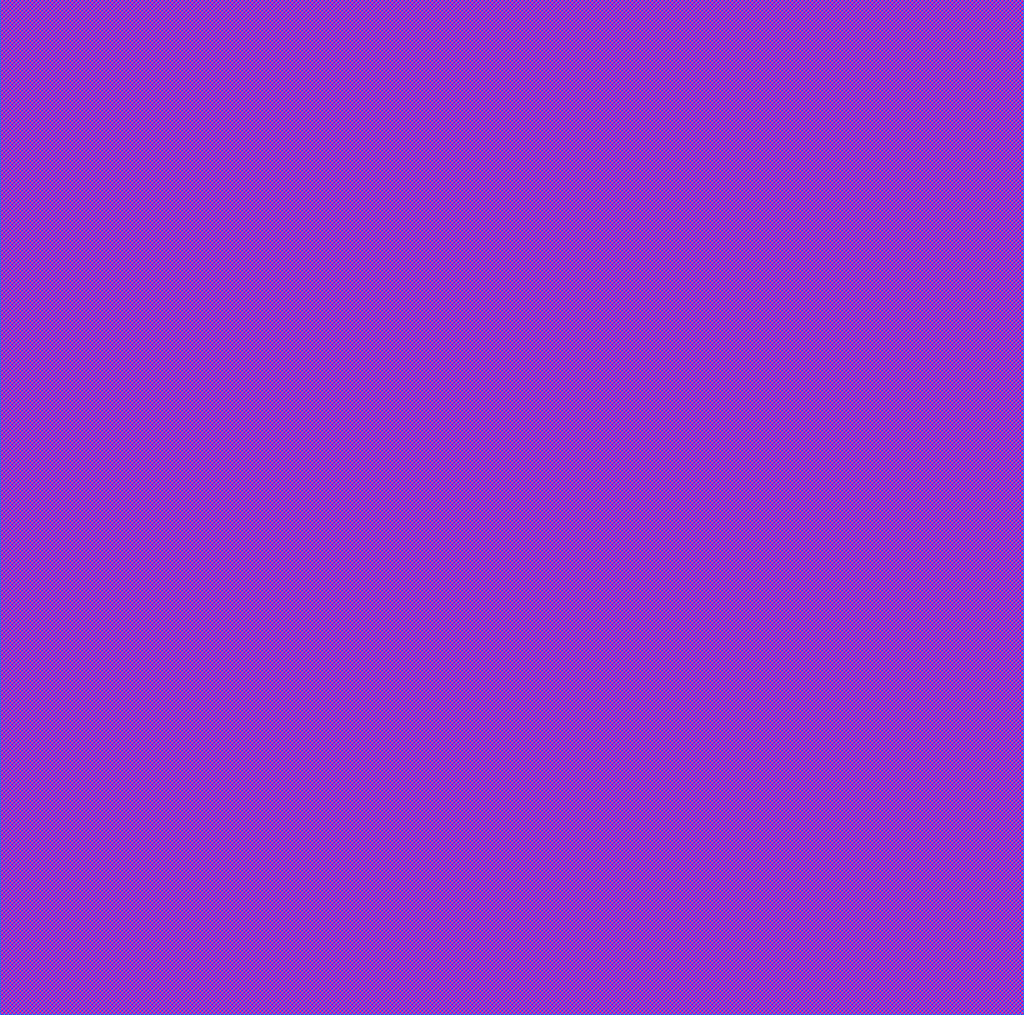
<source format=lef>
##
## LEF for PtnCells ;
## created by Innovus v18.10-p002_1 on Fri Apr  2 20:41:29 2021
##

VERSION 5.8 ;

BUSBITCHARS "[]" ;
DIVIDERCHAR "/" ;

MACRO aes128key
  CLASS BLOCK ;
  SIZE 236.930000 BY 234.920000 ;
  FOREIGN aes128key -118.465000 -117.460000 ;
  ORIGIN 0 0 ;
  SYMMETRY X Y R90 ;
  PIN reset
    DIRECTION INPUT ;
    USE SIGNAL ;
    PORT
      LAYER metal2 ;
        RECT 19.820000 234.850000 19.890000 234.920000 ;
    END
  END reset
  PIN clock
    DIRECTION INPUT ;
    USE SIGNAL ;
    PORT
      LAYER metal2 ;
        RECT 20.580000 234.850000 20.650000 234.920000 ;
    END
  END clock
  PIN empty
    DIRECTION OUTPUT ;
    USE SIGNAL ;
    PORT
      LAYER metal2 ;
        RECT 21.340000 234.850000 21.410000 234.920000 ;
    END
  END empty
  PIN load
    DIRECTION INPUT ;
    USE SIGNAL ;
    PORT
      LAYER metal2 ;
        RECT 22.100000 234.850000 22.170000 234.920000 ;
    END
  END load
  PIN key[127]
    DIRECTION INPUT ;
    USE SIGNAL ;
    PORT
      LAYER metal2 ;
        RECT 119.380000 234.850000 119.450000 234.920000 ;
    END
  END key[127]
  PIN key[126]
    DIRECTION INPUT ;
    USE SIGNAL ;
    PORT
      LAYER metal2 ;
        RECT 118.620000 234.850000 118.690000 234.920000 ;
    END
  END key[126]
  PIN key[125]
    DIRECTION INPUT ;
    USE SIGNAL ;
    PORT
      LAYER metal2 ;
        RECT 117.860000 234.850000 117.930000 234.920000 ;
    END
  END key[125]
  PIN key[124]
    DIRECTION INPUT ;
    USE SIGNAL ;
    PORT
      LAYER metal2 ;
        RECT 117.100000 234.850000 117.170000 234.920000 ;
    END
  END key[124]
  PIN key[123]
    DIRECTION INPUT ;
    USE SIGNAL ;
    PORT
      LAYER metal2 ;
        RECT 116.340000 234.850000 116.410000 234.920000 ;
    END
  END key[123]
  PIN key[122]
    DIRECTION INPUT ;
    USE SIGNAL ;
    PORT
      LAYER metal2 ;
        RECT 115.580000 234.850000 115.650000 234.920000 ;
    END
  END key[122]
  PIN key[121]
    DIRECTION INPUT ;
    USE SIGNAL ;
    PORT
      LAYER metal2 ;
        RECT 114.820000 234.850000 114.890000 234.920000 ;
    END
  END key[121]
  PIN key[120]
    DIRECTION INPUT ;
    USE SIGNAL ;
    PORT
      LAYER metal2 ;
        RECT 114.060000 234.850000 114.130000 234.920000 ;
    END
  END key[120]
  PIN key[119]
    DIRECTION INPUT ;
    USE SIGNAL ;
    PORT
      LAYER metal2 ;
        RECT 113.300000 234.850000 113.370000 234.920000 ;
    END
  END key[119]
  PIN key[118]
    DIRECTION INPUT ;
    USE SIGNAL ;
    PORT
      LAYER metal2 ;
        RECT 112.540000 234.850000 112.610000 234.920000 ;
    END
  END key[118]
  PIN key[117]
    DIRECTION INPUT ;
    USE SIGNAL ;
    PORT
      LAYER metal2 ;
        RECT 111.780000 234.850000 111.850000 234.920000 ;
    END
  END key[117]
  PIN key[116]
    DIRECTION INPUT ;
    USE SIGNAL ;
    PORT
      LAYER metal2 ;
        RECT 111.020000 234.850000 111.090000 234.920000 ;
    END
  END key[116]
  PIN key[115]
    DIRECTION INPUT ;
    USE SIGNAL ;
    PORT
      LAYER metal2 ;
        RECT 110.260000 234.850000 110.330000 234.920000 ;
    END
  END key[115]
  PIN key[114]
    DIRECTION INPUT ;
    USE SIGNAL ;
    PORT
      LAYER metal2 ;
        RECT 109.500000 234.850000 109.570000 234.920000 ;
    END
  END key[114]
  PIN key[113]
    DIRECTION INPUT ;
    USE SIGNAL ;
    PORT
      LAYER metal2 ;
        RECT 108.740000 234.850000 108.810000 234.920000 ;
    END
  END key[113]
  PIN key[112]
    DIRECTION INPUT ;
    USE SIGNAL ;
    PORT
      LAYER metal2 ;
        RECT 107.980000 234.850000 108.050000 234.920000 ;
    END
  END key[112]
  PIN key[111]
    DIRECTION INPUT ;
    USE SIGNAL ;
    PORT
      LAYER metal2 ;
        RECT 107.220000 234.850000 107.290000 234.920000 ;
    END
  END key[111]
  PIN key[110]
    DIRECTION INPUT ;
    USE SIGNAL ;
    PORT
      LAYER metal2 ;
        RECT 106.460000 234.850000 106.530000 234.920000 ;
    END
  END key[110]
  PIN key[109]
    DIRECTION INPUT ;
    USE SIGNAL ;
    PORT
      LAYER metal2 ;
        RECT 105.700000 234.850000 105.770000 234.920000 ;
    END
  END key[109]
  PIN key[108]
    DIRECTION INPUT ;
    USE SIGNAL ;
    PORT
      LAYER metal2 ;
        RECT 104.940000 234.850000 105.010000 234.920000 ;
    END
  END key[108]
  PIN key[107]
    DIRECTION INPUT ;
    USE SIGNAL ;
    PORT
      LAYER metal2 ;
        RECT 104.180000 234.850000 104.250000 234.920000 ;
    END
  END key[107]
  PIN key[106]
    DIRECTION INPUT ;
    USE SIGNAL ;
    PORT
      LAYER metal2 ;
        RECT 103.420000 234.850000 103.490000 234.920000 ;
    END
  END key[106]
  PIN key[105]
    DIRECTION INPUT ;
    USE SIGNAL ;
    PORT
      LAYER metal2 ;
        RECT 102.660000 234.850000 102.730000 234.920000 ;
    END
  END key[105]
  PIN key[104]
    DIRECTION INPUT ;
    USE SIGNAL ;
    PORT
      LAYER metal2 ;
        RECT 101.900000 234.850000 101.970000 234.920000 ;
    END
  END key[104]
  PIN key[103]
    DIRECTION INPUT ;
    USE SIGNAL ;
    PORT
      LAYER metal2 ;
        RECT 101.140000 234.850000 101.210000 234.920000 ;
    END
  END key[103]
  PIN key[102]
    DIRECTION INPUT ;
    USE SIGNAL ;
    PORT
      LAYER metal2 ;
        RECT 100.380000 234.850000 100.450000 234.920000 ;
    END
  END key[102]
  PIN key[101]
    DIRECTION INPUT ;
    USE SIGNAL ;
    PORT
      LAYER metal2 ;
        RECT 99.620000 234.850000 99.690000 234.920000 ;
    END
  END key[101]
  PIN key[100]
    DIRECTION INPUT ;
    USE SIGNAL ;
    PORT
      LAYER metal2 ;
        RECT 98.860000 234.850000 98.930000 234.920000 ;
    END
  END key[100]
  PIN key[99]
    DIRECTION INPUT ;
    USE SIGNAL ;
    PORT
      LAYER metal2 ;
        RECT 98.100000 234.850000 98.170000 234.920000 ;
    END
  END key[99]
  PIN key[98]
    DIRECTION INPUT ;
    USE SIGNAL ;
    PORT
      LAYER metal2 ;
        RECT 97.340000 234.850000 97.410000 234.920000 ;
    END
  END key[98]
  PIN key[97]
    DIRECTION INPUT ;
    USE SIGNAL ;
    PORT
      LAYER metal2 ;
        RECT 96.580000 234.850000 96.650000 234.920000 ;
    END
  END key[97]
  PIN key[96]
    DIRECTION INPUT ;
    USE SIGNAL ;
    PORT
      LAYER metal2 ;
        RECT 95.820000 234.850000 95.890000 234.920000 ;
    END
  END key[96]
  PIN key[95]
    DIRECTION INPUT ;
    USE SIGNAL ;
    PORT
      LAYER metal2 ;
        RECT 95.060000 234.850000 95.130000 234.920000 ;
    END
  END key[95]
  PIN key[94]
    DIRECTION INPUT ;
    USE SIGNAL ;
    PORT
      LAYER metal2 ;
        RECT 94.300000 234.850000 94.370000 234.920000 ;
    END
  END key[94]
  PIN key[93]
    DIRECTION INPUT ;
    USE SIGNAL ;
    PORT
      LAYER metal2 ;
        RECT 93.540000 234.850000 93.610000 234.920000 ;
    END
  END key[93]
  PIN key[92]
    DIRECTION INPUT ;
    USE SIGNAL ;
    PORT
      LAYER metal2 ;
        RECT 92.780000 234.850000 92.850000 234.920000 ;
    END
  END key[92]
  PIN key[91]
    DIRECTION INPUT ;
    USE SIGNAL ;
    PORT
      LAYER metal2 ;
        RECT 92.020000 234.850000 92.090000 234.920000 ;
    END
  END key[91]
  PIN key[90]
    DIRECTION INPUT ;
    USE SIGNAL ;
    PORT
      LAYER metal2 ;
        RECT 91.260000 234.850000 91.330000 234.920000 ;
    END
  END key[90]
  PIN key[89]
    DIRECTION INPUT ;
    USE SIGNAL ;
    PORT
      LAYER metal2 ;
        RECT 90.500000 234.850000 90.570000 234.920000 ;
    END
  END key[89]
  PIN key[88]
    DIRECTION INPUT ;
    USE SIGNAL ;
    PORT
      LAYER metal2 ;
        RECT 89.740000 234.850000 89.810000 234.920000 ;
    END
  END key[88]
  PIN key[87]
    DIRECTION INPUT ;
    USE SIGNAL ;
    PORT
      LAYER metal2 ;
        RECT 88.980000 234.850000 89.050000 234.920000 ;
    END
  END key[87]
  PIN key[86]
    DIRECTION INPUT ;
    USE SIGNAL ;
    PORT
      LAYER metal2 ;
        RECT 88.220000 234.850000 88.290000 234.920000 ;
    END
  END key[86]
  PIN key[85]
    DIRECTION INPUT ;
    USE SIGNAL ;
    PORT
      LAYER metal2 ;
        RECT 87.460000 234.850000 87.530000 234.920000 ;
    END
  END key[85]
  PIN key[84]
    DIRECTION INPUT ;
    USE SIGNAL ;
    PORT
      LAYER metal2 ;
        RECT 86.700000 234.850000 86.770000 234.920000 ;
    END
  END key[84]
  PIN key[83]
    DIRECTION INPUT ;
    USE SIGNAL ;
    PORT
      LAYER metal2 ;
        RECT 85.940000 234.850000 86.010000 234.920000 ;
    END
  END key[83]
  PIN key[82]
    DIRECTION INPUT ;
    USE SIGNAL ;
    PORT
      LAYER metal2 ;
        RECT 85.180000 234.850000 85.250000 234.920000 ;
    END
  END key[82]
  PIN key[81]
    DIRECTION INPUT ;
    USE SIGNAL ;
    PORT
      LAYER metal2 ;
        RECT 84.420000 234.850000 84.490000 234.920000 ;
    END
  END key[81]
  PIN key[80]
    DIRECTION INPUT ;
    USE SIGNAL ;
    PORT
      LAYER metal2 ;
        RECT 83.660000 234.850000 83.730000 234.920000 ;
    END
  END key[80]
  PIN key[79]
    DIRECTION INPUT ;
    USE SIGNAL ;
    PORT
      LAYER metal2 ;
        RECT 82.900000 234.850000 82.970000 234.920000 ;
    END
  END key[79]
  PIN key[78]
    DIRECTION INPUT ;
    USE SIGNAL ;
    PORT
      LAYER metal2 ;
        RECT 82.140000 234.850000 82.210000 234.920000 ;
    END
  END key[78]
  PIN key[77]
    DIRECTION INPUT ;
    USE SIGNAL ;
    PORT
      LAYER metal2 ;
        RECT 81.380000 234.850000 81.450000 234.920000 ;
    END
  END key[77]
  PIN key[76]
    DIRECTION INPUT ;
    USE SIGNAL ;
    PORT
      LAYER metal2 ;
        RECT 80.620000 234.850000 80.690000 234.920000 ;
    END
  END key[76]
  PIN key[75]
    DIRECTION INPUT ;
    USE SIGNAL ;
    PORT
      LAYER metal2 ;
        RECT 79.860000 234.850000 79.930000 234.920000 ;
    END
  END key[75]
  PIN key[74]
    DIRECTION INPUT ;
    USE SIGNAL ;
    PORT
      LAYER metal2 ;
        RECT 79.100000 234.850000 79.170000 234.920000 ;
    END
  END key[74]
  PIN key[73]
    DIRECTION INPUT ;
    USE SIGNAL ;
    PORT
      LAYER metal2 ;
        RECT 78.340000 234.850000 78.410000 234.920000 ;
    END
  END key[73]
  PIN key[72]
    DIRECTION INPUT ;
    USE SIGNAL ;
    PORT
      LAYER metal2 ;
        RECT 77.580000 234.850000 77.650000 234.920000 ;
    END
  END key[72]
  PIN key[71]
    DIRECTION INPUT ;
    USE SIGNAL ;
    PORT
      LAYER metal2 ;
        RECT 76.820000 234.850000 76.890000 234.920000 ;
    END
  END key[71]
  PIN key[70]
    DIRECTION INPUT ;
    USE SIGNAL ;
    PORT
      LAYER metal2 ;
        RECT 76.060000 234.850000 76.130000 234.920000 ;
    END
  END key[70]
  PIN key[69]
    DIRECTION INPUT ;
    USE SIGNAL ;
    PORT
      LAYER metal2 ;
        RECT 75.300000 234.850000 75.370000 234.920000 ;
    END
  END key[69]
  PIN key[68]
    DIRECTION INPUT ;
    USE SIGNAL ;
    PORT
      LAYER metal2 ;
        RECT 74.540000 234.850000 74.610000 234.920000 ;
    END
  END key[68]
  PIN key[67]
    DIRECTION INPUT ;
    USE SIGNAL ;
    PORT
      LAYER metal2 ;
        RECT 73.780000 234.850000 73.850000 234.920000 ;
    END
  END key[67]
  PIN key[66]
    DIRECTION INPUT ;
    USE SIGNAL ;
    PORT
      LAYER metal2 ;
        RECT 73.020000 234.850000 73.090000 234.920000 ;
    END
  END key[66]
  PIN key[65]
    DIRECTION INPUT ;
    USE SIGNAL ;
    PORT
      LAYER metal2 ;
        RECT 72.260000 234.850000 72.330000 234.920000 ;
    END
  END key[65]
  PIN key[64]
    DIRECTION INPUT ;
    USE SIGNAL ;
    PORT
      LAYER metal2 ;
        RECT 71.500000 234.850000 71.570000 234.920000 ;
    END
  END key[64]
  PIN key[63]
    DIRECTION INPUT ;
    USE SIGNAL ;
    PORT
      LAYER metal2 ;
        RECT 70.740000 234.850000 70.810000 234.920000 ;
    END
  END key[63]
  PIN key[62]
    DIRECTION INPUT ;
    USE SIGNAL ;
    PORT
      LAYER metal2 ;
        RECT 69.980000 234.850000 70.050000 234.920000 ;
    END
  END key[62]
  PIN key[61]
    DIRECTION INPUT ;
    USE SIGNAL ;
    PORT
      LAYER metal2 ;
        RECT 69.220000 234.850000 69.290000 234.920000 ;
    END
  END key[61]
  PIN key[60]
    DIRECTION INPUT ;
    USE SIGNAL ;
    PORT
      LAYER metal2 ;
        RECT 68.460000 234.850000 68.530000 234.920000 ;
    END
  END key[60]
  PIN key[59]
    DIRECTION INPUT ;
    USE SIGNAL ;
    PORT
      LAYER metal2 ;
        RECT 67.700000 234.850000 67.770000 234.920000 ;
    END
  END key[59]
  PIN key[58]
    DIRECTION INPUT ;
    USE SIGNAL ;
    PORT
      LAYER metal2 ;
        RECT 66.940000 234.850000 67.010000 234.920000 ;
    END
  END key[58]
  PIN key[57]
    DIRECTION INPUT ;
    USE SIGNAL ;
    PORT
      LAYER metal2 ;
        RECT 66.180000 234.850000 66.250000 234.920000 ;
    END
  END key[57]
  PIN key[56]
    DIRECTION INPUT ;
    USE SIGNAL ;
    PORT
      LAYER metal2 ;
        RECT 65.420000 234.850000 65.490000 234.920000 ;
    END
  END key[56]
  PIN key[55]
    DIRECTION INPUT ;
    USE SIGNAL ;
    PORT
      LAYER metal2 ;
        RECT 64.660000 234.850000 64.730000 234.920000 ;
    END
  END key[55]
  PIN key[54]
    DIRECTION INPUT ;
    USE SIGNAL ;
    PORT
      LAYER metal2 ;
        RECT 63.900000 234.850000 63.970000 234.920000 ;
    END
  END key[54]
  PIN key[53]
    DIRECTION INPUT ;
    USE SIGNAL ;
    PORT
      LAYER metal2 ;
        RECT 63.140000 234.850000 63.210000 234.920000 ;
    END
  END key[53]
  PIN key[52]
    DIRECTION INPUT ;
    USE SIGNAL ;
    PORT
      LAYER metal2 ;
        RECT 62.380000 234.850000 62.450000 234.920000 ;
    END
  END key[52]
  PIN key[51]
    DIRECTION INPUT ;
    USE SIGNAL ;
    PORT
      LAYER metal2 ;
        RECT 61.620000 234.850000 61.690000 234.920000 ;
    END
  END key[51]
  PIN key[50]
    DIRECTION INPUT ;
    USE SIGNAL ;
    PORT
      LAYER metal2 ;
        RECT 60.860000 234.850000 60.930000 234.920000 ;
    END
  END key[50]
  PIN key[49]
    DIRECTION INPUT ;
    USE SIGNAL ;
    PORT
      LAYER metal2 ;
        RECT 60.100000 234.850000 60.170000 234.920000 ;
    END
  END key[49]
  PIN key[48]
    DIRECTION INPUT ;
    USE SIGNAL ;
    PORT
      LAYER metal2 ;
        RECT 59.340000 234.850000 59.410000 234.920000 ;
    END
  END key[48]
  PIN key[47]
    DIRECTION INPUT ;
    USE SIGNAL ;
    PORT
      LAYER metal2 ;
        RECT 58.580000 234.850000 58.650000 234.920000 ;
    END
  END key[47]
  PIN key[46]
    DIRECTION INPUT ;
    USE SIGNAL ;
    PORT
      LAYER metal2 ;
        RECT 57.820000 234.850000 57.890000 234.920000 ;
    END
  END key[46]
  PIN key[45]
    DIRECTION INPUT ;
    USE SIGNAL ;
    PORT
      LAYER metal2 ;
        RECT 57.060000 234.850000 57.130000 234.920000 ;
    END
  END key[45]
  PIN key[44]
    DIRECTION INPUT ;
    USE SIGNAL ;
    PORT
      LAYER metal2 ;
        RECT 56.300000 234.850000 56.370000 234.920000 ;
    END
  END key[44]
  PIN key[43]
    DIRECTION INPUT ;
    USE SIGNAL ;
    PORT
      LAYER metal2 ;
        RECT 55.540000 234.850000 55.610000 234.920000 ;
    END
  END key[43]
  PIN key[42]
    DIRECTION INPUT ;
    USE SIGNAL ;
    PORT
      LAYER metal2 ;
        RECT 54.780000 234.850000 54.850000 234.920000 ;
    END
  END key[42]
  PIN key[41]
    DIRECTION INPUT ;
    USE SIGNAL ;
    PORT
      LAYER metal2 ;
        RECT 54.020000 234.850000 54.090000 234.920000 ;
    END
  END key[41]
  PIN key[40]
    DIRECTION INPUT ;
    USE SIGNAL ;
    PORT
      LAYER metal2 ;
        RECT 53.260000 234.850000 53.330000 234.920000 ;
    END
  END key[40]
  PIN key[39]
    DIRECTION INPUT ;
    USE SIGNAL ;
    PORT
      LAYER metal2 ;
        RECT 52.500000 234.850000 52.570000 234.920000 ;
    END
  END key[39]
  PIN key[38]
    DIRECTION INPUT ;
    USE SIGNAL ;
    PORT
      LAYER metal2 ;
        RECT 51.740000 234.850000 51.810000 234.920000 ;
    END
  END key[38]
  PIN key[37]
    DIRECTION INPUT ;
    USE SIGNAL ;
    PORT
      LAYER metal2 ;
        RECT 50.980000 234.850000 51.050000 234.920000 ;
    END
  END key[37]
  PIN key[36]
    DIRECTION INPUT ;
    USE SIGNAL ;
    PORT
      LAYER metal2 ;
        RECT 50.220000 234.850000 50.290000 234.920000 ;
    END
  END key[36]
  PIN key[35]
    DIRECTION INPUT ;
    USE SIGNAL ;
    PORT
      LAYER metal2 ;
        RECT 49.460000 234.850000 49.530000 234.920000 ;
    END
  END key[35]
  PIN key[34]
    DIRECTION INPUT ;
    USE SIGNAL ;
    PORT
      LAYER metal2 ;
        RECT 48.700000 234.850000 48.770000 234.920000 ;
    END
  END key[34]
  PIN key[33]
    DIRECTION INPUT ;
    USE SIGNAL ;
    PORT
      LAYER metal2 ;
        RECT 47.940000 234.850000 48.010000 234.920000 ;
    END
  END key[33]
  PIN key[32]
    DIRECTION INPUT ;
    USE SIGNAL ;
    PORT
      LAYER metal2 ;
        RECT 47.180000 234.850000 47.250000 234.920000 ;
    END
  END key[32]
  PIN key[31]
    DIRECTION INPUT ;
    USE SIGNAL ;
    PORT
      LAYER metal2 ;
        RECT 46.420000 234.850000 46.490000 234.920000 ;
    END
  END key[31]
  PIN key[30]
    DIRECTION INPUT ;
    USE SIGNAL ;
    PORT
      LAYER metal2 ;
        RECT 45.660000 234.850000 45.730000 234.920000 ;
    END
  END key[30]
  PIN key[29]
    DIRECTION INPUT ;
    USE SIGNAL ;
    PORT
      LAYER metal2 ;
        RECT 44.900000 234.850000 44.970000 234.920000 ;
    END
  END key[29]
  PIN key[28]
    DIRECTION INPUT ;
    USE SIGNAL ;
    PORT
      LAYER metal2 ;
        RECT 44.140000 234.850000 44.210000 234.920000 ;
    END
  END key[28]
  PIN key[27]
    DIRECTION INPUT ;
    USE SIGNAL ;
    PORT
      LAYER metal2 ;
        RECT 43.380000 234.850000 43.450000 234.920000 ;
    END
  END key[27]
  PIN key[26]
    DIRECTION INPUT ;
    USE SIGNAL ;
    PORT
      LAYER metal2 ;
        RECT 42.620000 234.850000 42.690000 234.920000 ;
    END
  END key[26]
  PIN key[25]
    DIRECTION INPUT ;
    USE SIGNAL ;
    PORT
      LAYER metal2 ;
        RECT 41.860000 234.850000 41.930000 234.920000 ;
    END
  END key[25]
  PIN key[24]
    DIRECTION INPUT ;
    USE SIGNAL ;
    PORT
      LAYER metal2 ;
        RECT 41.100000 234.850000 41.170000 234.920000 ;
    END
  END key[24]
  PIN key[23]
    DIRECTION INPUT ;
    USE SIGNAL ;
    PORT
      LAYER metal2 ;
        RECT 40.340000 234.850000 40.410000 234.920000 ;
    END
  END key[23]
  PIN key[22]
    DIRECTION INPUT ;
    USE SIGNAL ;
    PORT
      LAYER metal2 ;
        RECT 39.580000 234.850000 39.650000 234.920000 ;
    END
  END key[22]
  PIN key[21]
    DIRECTION INPUT ;
    USE SIGNAL ;
    PORT
      LAYER metal2 ;
        RECT 38.820000 234.850000 38.890000 234.920000 ;
    END
  END key[21]
  PIN key[20]
    DIRECTION INPUT ;
    USE SIGNAL ;
    PORT
      LAYER metal2 ;
        RECT 38.060000 234.850000 38.130000 234.920000 ;
    END
  END key[20]
  PIN key[19]
    DIRECTION INPUT ;
    USE SIGNAL ;
    PORT
      LAYER metal2 ;
        RECT 37.300000 234.850000 37.370000 234.920000 ;
    END
  END key[19]
  PIN key[18]
    DIRECTION INPUT ;
    USE SIGNAL ;
    PORT
      LAYER metal2 ;
        RECT 36.540000 234.850000 36.610000 234.920000 ;
    END
  END key[18]
  PIN key[17]
    DIRECTION INPUT ;
    USE SIGNAL ;
    PORT
      LAYER metal2 ;
        RECT 35.780000 234.850000 35.850000 234.920000 ;
    END
  END key[17]
  PIN key[16]
    DIRECTION INPUT ;
    USE SIGNAL ;
    PORT
      LAYER metal2 ;
        RECT 35.020000 234.850000 35.090000 234.920000 ;
    END
  END key[16]
  PIN key[15]
    DIRECTION INPUT ;
    USE SIGNAL ;
    PORT
      LAYER metal2 ;
        RECT 34.260000 234.850000 34.330000 234.920000 ;
    END
  END key[15]
  PIN key[14]
    DIRECTION INPUT ;
    USE SIGNAL ;
    PORT
      LAYER metal2 ;
        RECT 33.500000 234.850000 33.570000 234.920000 ;
    END
  END key[14]
  PIN key[13]
    DIRECTION INPUT ;
    USE SIGNAL ;
    PORT
      LAYER metal2 ;
        RECT 32.740000 234.850000 32.810000 234.920000 ;
    END
  END key[13]
  PIN key[12]
    DIRECTION INPUT ;
    USE SIGNAL ;
    PORT
      LAYER metal2 ;
        RECT 31.980000 234.850000 32.050000 234.920000 ;
    END
  END key[12]
  PIN key[11]
    DIRECTION INPUT ;
    USE SIGNAL ;
    PORT
      LAYER metal2 ;
        RECT 31.220000 234.850000 31.290000 234.920000 ;
    END
  END key[11]
  PIN key[10]
    DIRECTION INPUT ;
    USE SIGNAL ;
    PORT
      LAYER metal2 ;
        RECT 30.460000 234.850000 30.530000 234.920000 ;
    END
  END key[10]
  PIN key[9]
    DIRECTION INPUT ;
    USE SIGNAL ;
    PORT
      LAYER metal2 ;
        RECT 29.700000 234.850000 29.770000 234.920000 ;
    END
  END key[9]
  PIN key[8]
    DIRECTION INPUT ;
    USE SIGNAL ;
    PORT
      LAYER metal2 ;
        RECT 28.940000 234.850000 29.010000 234.920000 ;
    END
  END key[8]
  PIN key[7]
    DIRECTION INPUT ;
    USE SIGNAL ;
    PORT
      LAYER metal2 ;
        RECT 28.180000 234.850000 28.250000 234.920000 ;
    END
  END key[7]
  PIN key[6]
    DIRECTION INPUT ;
    USE SIGNAL ;
    PORT
      LAYER metal2 ;
        RECT 27.420000 234.850000 27.490000 234.920000 ;
    END
  END key[6]
  PIN key[5]
    DIRECTION INPUT ;
    USE SIGNAL ;
    PORT
      LAYER metal2 ;
        RECT 26.660000 234.850000 26.730000 234.920000 ;
    END
  END key[5]
  PIN key[4]
    DIRECTION INPUT ;
    USE SIGNAL ;
    PORT
      LAYER metal2 ;
        RECT 25.900000 234.850000 25.970000 234.920000 ;
    END
  END key[4]
  PIN key[3]
    DIRECTION INPUT ;
    USE SIGNAL ;
    PORT
      LAYER metal2 ;
        RECT 25.140000 234.850000 25.210000 234.920000 ;
    END
  END key[3]
  PIN key[2]
    DIRECTION INPUT ;
    USE SIGNAL ;
    PORT
      LAYER metal2 ;
        RECT 24.380000 234.850000 24.450000 234.920000 ;
    END
  END key[2]
  PIN key[1]
    DIRECTION INPUT ;
    USE SIGNAL ;
    PORT
      LAYER metal2 ;
        RECT 23.620000 234.850000 23.690000 234.920000 ;
    END
  END key[1]
  PIN key[0]
    DIRECTION INPUT ;
    USE SIGNAL ;
    PORT
      LAYER metal2 ;
        RECT 22.860000 234.850000 22.930000 234.920000 ;
    END
  END key[0]
  PIN plain[127]
    DIRECTION INPUT ;
    USE SIGNAL ;
    PORT
      LAYER metal2 ;
        RECT 216.660000 234.850000 216.730000 234.920000 ;
    END
  END plain[127]
  PIN plain[126]
    DIRECTION INPUT ;
    USE SIGNAL ;
    PORT
      LAYER metal2 ;
        RECT 215.900000 234.850000 215.970000 234.920000 ;
    END
  END plain[126]
  PIN plain[125]
    DIRECTION INPUT ;
    USE SIGNAL ;
    PORT
      LAYER metal2 ;
        RECT 215.140000 234.850000 215.210000 234.920000 ;
    END
  END plain[125]
  PIN plain[124]
    DIRECTION INPUT ;
    USE SIGNAL ;
    PORT
      LAYER metal2 ;
        RECT 214.380000 234.850000 214.450000 234.920000 ;
    END
  END plain[124]
  PIN plain[123]
    DIRECTION INPUT ;
    USE SIGNAL ;
    PORT
      LAYER metal2 ;
        RECT 213.620000 234.850000 213.690000 234.920000 ;
    END
  END plain[123]
  PIN plain[122]
    DIRECTION INPUT ;
    USE SIGNAL ;
    PORT
      LAYER metal2 ;
        RECT 212.860000 234.850000 212.930000 234.920000 ;
    END
  END plain[122]
  PIN plain[121]
    DIRECTION INPUT ;
    USE SIGNAL ;
    PORT
      LAYER metal2 ;
        RECT 212.100000 234.850000 212.170000 234.920000 ;
    END
  END plain[121]
  PIN plain[120]
    DIRECTION INPUT ;
    USE SIGNAL ;
    PORT
      LAYER metal2 ;
        RECT 211.340000 234.850000 211.410000 234.920000 ;
    END
  END plain[120]
  PIN plain[119]
    DIRECTION INPUT ;
    USE SIGNAL ;
    PORT
      LAYER metal2 ;
        RECT 210.580000 234.850000 210.650000 234.920000 ;
    END
  END plain[119]
  PIN plain[118]
    DIRECTION INPUT ;
    USE SIGNAL ;
    PORT
      LAYER metal2 ;
        RECT 209.820000 234.850000 209.890000 234.920000 ;
    END
  END plain[118]
  PIN plain[117]
    DIRECTION INPUT ;
    USE SIGNAL ;
    PORT
      LAYER metal2 ;
        RECT 209.060000 234.850000 209.130000 234.920000 ;
    END
  END plain[117]
  PIN plain[116]
    DIRECTION INPUT ;
    USE SIGNAL ;
    PORT
      LAYER metal2 ;
        RECT 208.300000 234.850000 208.370000 234.920000 ;
    END
  END plain[116]
  PIN plain[115]
    DIRECTION INPUT ;
    USE SIGNAL ;
    PORT
      LAYER metal2 ;
        RECT 207.540000 234.850000 207.610000 234.920000 ;
    END
  END plain[115]
  PIN plain[114]
    DIRECTION INPUT ;
    USE SIGNAL ;
    PORT
      LAYER metal2 ;
        RECT 206.780000 234.850000 206.850000 234.920000 ;
    END
  END plain[114]
  PIN plain[113]
    DIRECTION INPUT ;
    USE SIGNAL ;
    PORT
      LAYER metal2 ;
        RECT 206.020000 234.850000 206.090000 234.920000 ;
    END
  END plain[113]
  PIN plain[112]
    DIRECTION INPUT ;
    USE SIGNAL ;
    PORT
      LAYER metal2 ;
        RECT 205.260000 234.850000 205.330000 234.920000 ;
    END
  END plain[112]
  PIN plain[111]
    DIRECTION INPUT ;
    USE SIGNAL ;
    PORT
      LAYER metal2 ;
        RECT 204.500000 234.850000 204.570000 234.920000 ;
    END
  END plain[111]
  PIN plain[110]
    DIRECTION INPUT ;
    USE SIGNAL ;
    PORT
      LAYER metal2 ;
        RECT 203.740000 234.850000 203.810000 234.920000 ;
    END
  END plain[110]
  PIN plain[109]
    DIRECTION INPUT ;
    USE SIGNAL ;
    PORT
      LAYER metal2 ;
        RECT 202.980000 234.850000 203.050000 234.920000 ;
    END
  END plain[109]
  PIN plain[108]
    DIRECTION INPUT ;
    USE SIGNAL ;
    PORT
      LAYER metal2 ;
        RECT 202.220000 234.850000 202.290000 234.920000 ;
    END
  END plain[108]
  PIN plain[107]
    DIRECTION INPUT ;
    USE SIGNAL ;
    PORT
      LAYER metal2 ;
        RECT 201.460000 234.850000 201.530000 234.920000 ;
    END
  END plain[107]
  PIN plain[106]
    DIRECTION INPUT ;
    USE SIGNAL ;
    PORT
      LAYER metal2 ;
        RECT 200.700000 234.850000 200.770000 234.920000 ;
    END
  END plain[106]
  PIN plain[105]
    DIRECTION INPUT ;
    USE SIGNAL ;
    PORT
      LAYER metal2 ;
        RECT 199.940000 234.850000 200.010000 234.920000 ;
    END
  END plain[105]
  PIN plain[104]
    DIRECTION INPUT ;
    USE SIGNAL ;
    PORT
      LAYER metal2 ;
        RECT 199.180000 234.850000 199.250000 234.920000 ;
    END
  END plain[104]
  PIN plain[103]
    DIRECTION INPUT ;
    USE SIGNAL ;
    PORT
      LAYER metal2 ;
        RECT 198.420000 234.850000 198.490000 234.920000 ;
    END
  END plain[103]
  PIN plain[102]
    DIRECTION INPUT ;
    USE SIGNAL ;
    PORT
      LAYER metal2 ;
        RECT 197.660000 234.850000 197.730000 234.920000 ;
    END
  END plain[102]
  PIN plain[101]
    DIRECTION INPUT ;
    USE SIGNAL ;
    PORT
      LAYER metal2 ;
        RECT 196.900000 234.850000 196.970000 234.920000 ;
    END
  END plain[101]
  PIN plain[100]
    DIRECTION INPUT ;
    USE SIGNAL ;
    PORT
      LAYER metal2 ;
        RECT 196.140000 234.850000 196.210000 234.920000 ;
    END
  END plain[100]
  PIN plain[99]
    DIRECTION INPUT ;
    USE SIGNAL ;
    PORT
      LAYER metal2 ;
        RECT 195.380000 234.850000 195.450000 234.920000 ;
    END
  END plain[99]
  PIN plain[98]
    DIRECTION INPUT ;
    USE SIGNAL ;
    PORT
      LAYER metal2 ;
        RECT 194.620000 234.850000 194.690000 234.920000 ;
    END
  END plain[98]
  PIN plain[97]
    DIRECTION INPUT ;
    USE SIGNAL ;
    PORT
      LAYER metal2 ;
        RECT 193.860000 234.850000 193.930000 234.920000 ;
    END
  END plain[97]
  PIN plain[96]
    DIRECTION INPUT ;
    USE SIGNAL ;
    PORT
      LAYER metal2 ;
        RECT 193.100000 234.850000 193.170000 234.920000 ;
    END
  END plain[96]
  PIN plain[95]
    DIRECTION INPUT ;
    USE SIGNAL ;
    PORT
      LAYER metal2 ;
        RECT 192.340000 234.850000 192.410000 234.920000 ;
    END
  END plain[95]
  PIN plain[94]
    DIRECTION INPUT ;
    USE SIGNAL ;
    PORT
      LAYER metal2 ;
        RECT 191.580000 234.850000 191.650000 234.920000 ;
    END
  END plain[94]
  PIN plain[93]
    DIRECTION INPUT ;
    USE SIGNAL ;
    PORT
      LAYER metal2 ;
        RECT 190.820000 234.850000 190.890000 234.920000 ;
    END
  END plain[93]
  PIN plain[92]
    DIRECTION INPUT ;
    USE SIGNAL ;
    PORT
      LAYER metal2 ;
        RECT 190.060000 234.850000 190.130000 234.920000 ;
    END
  END plain[92]
  PIN plain[91]
    DIRECTION INPUT ;
    USE SIGNAL ;
    PORT
      LAYER metal2 ;
        RECT 189.300000 234.850000 189.370000 234.920000 ;
    END
  END plain[91]
  PIN plain[90]
    DIRECTION INPUT ;
    USE SIGNAL ;
    PORT
      LAYER metal2 ;
        RECT 188.540000 234.850000 188.610000 234.920000 ;
    END
  END plain[90]
  PIN plain[89]
    DIRECTION INPUT ;
    USE SIGNAL ;
    PORT
      LAYER metal2 ;
        RECT 187.780000 234.850000 187.850000 234.920000 ;
    END
  END plain[89]
  PIN plain[88]
    DIRECTION INPUT ;
    USE SIGNAL ;
    PORT
      LAYER metal2 ;
        RECT 187.020000 234.850000 187.090000 234.920000 ;
    END
  END plain[88]
  PIN plain[87]
    DIRECTION INPUT ;
    USE SIGNAL ;
    PORT
      LAYER metal2 ;
        RECT 186.260000 234.850000 186.330000 234.920000 ;
    END
  END plain[87]
  PIN plain[86]
    DIRECTION INPUT ;
    USE SIGNAL ;
    PORT
      LAYER metal2 ;
        RECT 185.500000 234.850000 185.570000 234.920000 ;
    END
  END plain[86]
  PIN plain[85]
    DIRECTION INPUT ;
    USE SIGNAL ;
    PORT
      LAYER metal2 ;
        RECT 184.740000 234.850000 184.810000 234.920000 ;
    END
  END plain[85]
  PIN plain[84]
    DIRECTION INPUT ;
    USE SIGNAL ;
    PORT
      LAYER metal2 ;
        RECT 183.980000 234.850000 184.050000 234.920000 ;
    END
  END plain[84]
  PIN plain[83]
    DIRECTION INPUT ;
    USE SIGNAL ;
    PORT
      LAYER metal2 ;
        RECT 183.220000 234.850000 183.290000 234.920000 ;
    END
  END plain[83]
  PIN plain[82]
    DIRECTION INPUT ;
    USE SIGNAL ;
    PORT
      LAYER metal2 ;
        RECT 182.460000 234.850000 182.530000 234.920000 ;
    END
  END plain[82]
  PIN plain[81]
    DIRECTION INPUT ;
    USE SIGNAL ;
    PORT
      LAYER metal2 ;
        RECT 181.700000 234.850000 181.770000 234.920000 ;
    END
  END plain[81]
  PIN plain[80]
    DIRECTION INPUT ;
    USE SIGNAL ;
    PORT
      LAYER metal2 ;
        RECT 180.940000 234.850000 181.010000 234.920000 ;
    END
  END plain[80]
  PIN plain[79]
    DIRECTION INPUT ;
    USE SIGNAL ;
    PORT
      LAYER metal2 ;
        RECT 180.180000 234.850000 180.250000 234.920000 ;
    END
  END plain[79]
  PIN plain[78]
    DIRECTION INPUT ;
    USE SIGNAL ;
    PORT
      LAYER metal2 ;
        RECT 179.420000 234.850000 179.490000 234.920000 ;
    END
  END plain[78]
  PIN plain[77]
    DIRECTION INPUT ;
    USE SIGNAL ;
    PORT
      LAYER metal2 ;
        RECT 178.660000 234.850000 178.730000 234.920000 ;
    END
  END plain[77]
  PIN plain[76]
    DIRECTION INPUT ;
    USE SIGNAL ;
    PORT
      LAYER metal2 ;
        RECT 177.900000 234.850000 177.970000 234.920000 ;
    END
  END plain[76]
  PIN plain[75]
    DIRECTION INPUT ;
    USE SIGNAL ;
    PORT
      LAYER metal2 ;
        RECT 177.140000 234.850000 177.210000 234.920000 ;
    END
  END plain[75]
  PIN plain[74]
    DIRECTION INPUT ;
    USE SIGNAL ;
    PORT
      LAYER metal2 ;
        RECT 176.380000 234.850000 176.450000 234.920000 ;
    END
  END plain[74]
  PIN plain[73]
    DIRECTION INPUT ;
    USE SIGNAL ;
    PORT
      LAYER metal2 ;
        RECT 175.620000 234.850000 175.690000 234.920000 ;
    END
  END plain[73]
  PIN plain[72]
    DIRECTION INPUT ;
    USE SIGNAL ;
    PORT
      LAYER metal2 ;
        RECT 174.860000 234.850000 174.930000 234.920000 ;
    END
  END plain[72]
  PIN plain[71]
    DIRECTION INPUT ;
    USE SIGNAL ;
    PORT
      LAYER metal2 ;
        RECT 174.100000 234.850000 174.170000 234.920000 ;
    END
  END plain[71]
  PIN plain[70]
    DIRECTION INPUT ;
    USE SIGNAL ;
    PORT
      LAYER metal2 ;
        RECT 173.340000 234.850000 173.410000 234.920000 ;
    END
  END plain[70]
  PIN plain[69]
    DIRECTION INPUT ;
    USE SIGNAL ;
    PORT
      LAYER metal2 ;
        RECT 172.580000 234.850000 172.650000 234.920000 ;
    END
  END plain[69]
  PIN plain[68]
    DIRECTION INPUT ;
    USE SIGNAL ;
    PORT
      LAYER metal2 ;
        RECT 171.820000 234.850000 171.890000 234.920000 ;
    END
  END plain[68]
  PIN plain[67]
    DIRECTION INPUT ;
    USE SIGNAL ;
    PORT
      LAYER metal2 ;
        RECT 171.060000 234.850000 171.130000 234.920000 ;
    END
  END plain[67]
  PIN plain[66]
    DIRECTION INPUT ;
    USE SIGNAL ;
    PORT
      LAYER metal2 ;
        RECT 170.300000 234.850000 170.370000 234.920000 ;
    END
  END plain[66]
  PIN plain[65]
    DIRECTION INPUT ;
    USE SIGNAL ;
    PORT
      LAYER metal2 ;
        RECT 169.540000 234.850000 169.610000 234.920000 ;
    END
  END plain[65]
  PIN plain[64]
    DIRECTION INPUT ;
    USE SIGNAL ;
    PORT
      LAYER metal2 ;
        RECT 168.780000 234.850000 168.850000 234.920000 ;
    END
  END plain[64]
  PIN plain[63]
    DIRECTION INPUT ;
    USE SIGNAL ;
    PORT
      LAYER metal2 ;
        RECT 168.020000 234.850000 168.090000 234.920000 ;
    END
  END plain[63]
  PIN plain[62]
    DIRECTION INPUT ;
    USE SIGNAL ;
    PORT
      LAYER metal2 ;
        RECT 167.260000 234.850000 167.330000 234.920000 ;
    END
  END plain[62]
  PIN plain[61]
    DIRECTION INPUT ;
    USE SIGNAL ;
    PORT
      LAYER metal2 ;
        RECT 166.500000 234.850000 166.570000 234.920000 ;
    END
  END plain[61]
  PIN plain[60]
    DIRECTION INPUT ;
    USE SIGNAL ;
    PORT
      LAYER metal2 ;
        RECT 165.740000 234.850000 165.810000 234.920000 ;
    END
  END plain[60]
  PIN plain[59]
    DIRECTION INPUT ;
    USE SIGNAL ;
    PORT
      LAYER metal2 ;
        RECT 164.980000 234.850000 165.050000 234.920000 ;
    END
  END plain[59]
  PIN plain[58]
    DIRECTION INPUT ;
    USE SIGNAL ;
    PORT
      LAYER metal2 ;
        RECT 164.220000 234.850000 164.290000 234.920000 ;
    END
  END plain[58]
  PIN plain[57]
    DIRECTION INPUT ;
    USE SIGNAL ;
    PORT
      LAYER metal2 ;
        RECT 163.460000 234.850000 163.530000 234.920000 ;
    END
  END plain[57]
  PIN plain[56]
    DIRECTION INPUT ;
    USE SIGNAL ;
    PORT
      LAYER metal2 ;
        RECT 162.700000 234.850000 162.770000 234.920000 ;
    END
  END plain[56]
  PIN plain[55]
    DIRECTION INPUT ;
    USE SIGNAL ;
    PORT
      LAYER metal2 ;
        RECT 161.940000 234.850000 162.010000 234.920000 ;
    END
  END plain[55]
  PIN plain[54]
    DIRECTION INPUT ;
    USE SIGNAL ;
    PORT
      LAYER metal2 ;
        RECT 161.180000 234.850000 161.250000 234.920000 ;
    END
  END plain[54]
  PIN plain[53]
    DIRECTION INPUT ;
    USE SIGNAL ;
    PORT
      LAYER metal2 ;
        RECT 160.420000 234.850000 160.490000 234.920000 ;
    END
  END plain[53]
  PIN plain[52]
    DIRECTION INPUT ;
    USE SIGNAL ;
    PORT
      LAYER metal2 ;
        RECT 159.660000 234.850000 159.730000 234.920000 ;
    END
  END plain[52]
  PIN plain[51]
    DIRECTION INPUT ;
    USE SIGNAL ;
    PORT
      LAYER metal2 ;
        RECT 158.900000 234.850000 158.970000 234.920000 ;
    END
  END plain[51]
  PIN plain[50]
    DIRECTION INPUT ;
    USE SIGNAL ;
    PORT
      LAYER metal2 ;
        RECT 158.140000 234.850000 158.210000 234.920000 ;
    END
  END plain[50]
  PIN plain[49]
    DIRECTION INPUT ;
    USE SIGNAL ;
    PORT
      LAYER metal2 ;
        RECT 157.380000 234.850000 157.450000 234.920000 ;
    END
  END plain[49]
  PIN plain[48]
    DIRECTION INPUT ;
    USE SIGNAL ;
    PORT
      LAYER metal2 ;
        RECT 156.620000 234.850000 156.690000 234.920000 ;
    END
  END plain[48]
  PIN plain[47]
    DIRECTION INPUT ;
    USE SIGNAL ;
    PORT
      LAYER metal2 ;
        RECT 155.860000 234.850000 155.930000 234.920000 ;
    END
  END plain[47]
  PIN plain[46]
    DIRECTION INPUT ;
    USE SIGNAL ;
    PORT
      LAYER metal2 ;
        RECT 155.100000 234.850000 155.170000 234.920000 ;
    END
  END plain[46]
  PIN plain[45]
    DIRECTION INPUT ;
    USE SIGNAL ;
    PORT
      LAYER metal2 ;
        RECT 154.340000 234.850000 154.410000 234.920000 ;
    END
  END plain[45]
  PIN plain[44]
    DIRECTION INPUT ;
    USE SIGNAL ;
    PORT
      LAYER metal2 ;
        RECT 153.580000 234.850000 153.650000 234.920000 ;
    END
  END plain[44]
  PIN plain[43]
    DIRECTION INPUT ;
    USE SIGNAL ;
    PORT
      LAYER metal2 ;
        RECT 152.820000 234.850000 152.890000 234.920000 ;
    END
  END plain[43]
  PIN plain[42]
    DIRECTION INPUT ;
    USE SIGNAL ;
    PORT
      LAYER metal2 ;
        RECT 152.060000 234.850000 152.130000 234.920000 ;
    END
  END plain[42]
  PIN plain[41]
    DIRECTION INPUT ;
    USE SIGNAL ;
    PORT
      LAYER metal2 ;
        RECT 151.300000 234.850000 151.370000 234.920000 ;
    END
  END plain[41]
  PIN plain[40]
    DIRECTION INPUT ;
    USE SIGNAL ;
    PORT
      LAYER metal2 ;
        RECT 150.540000 234.850000 150.610000 234.920000 ;
    END
  END plain[40]
  PIN plain[39]
    DIRECTION INPUT ;
    USE SIGNAL ;
    PORT
      LAYER metal2 ;
        RECT 149.780000 234.850000 149.850000 234.920000 ;
    END
  END plain[39]
  PIN plain[38]
    DIRECTION INPUT ;
    USE SIGNAL ;
    PORT
      LAYER metal2 ;
        RECT 149.020000 234.850000 149.090000 234.920000 ;
    END
  END plain[38]
  PIN plain[37]
    DIRECTION INPUT ;
    USE SIGNAL ;
    PORT
      LAYER metal2 ;
        RECT 148.260000 234.850000 148.330000 234.920000 ;
    END
  END plain[37]
  PIN plain[36]
    DIRECTION INPUT ;
    USE SIGNAL ;
    PORT
      LAYER metal2 ;
        RECT 147.500000 234.850000 147.570000 234.920000 ;
    END
  END plain[36]
  PIN plain[35]
    DIRECTION INPUT ;
    USE SIGNAL ;
    PORT
      LAYER metal2 ;
        RECT 146.740000 234.850000 146.810000 234.920000 ;
    END
  END plain[35]
  PIN plain[34]
    DIRECTION INPUT ;
    USE SIGNAL ;
    PORT
      LAYER metal2 ;
        RECT 145.980000 234.850000 146.050000 234.920000 ;
    END
  END plain[34]
  PIN plain[33]
    DIRECTION INPUT ;
    USE SIGNAL ;
    PORT
      LAYER metal2 ;
        RECT 145.220000 234.850000 145.290000 234.920000 ;
    END
  END plain[33]
  PIN plain[32]
    DIRECTION INPUT ;
    USE SIGNAL ;
    PORT
      LAYER metal2 ;
        RECT 144.460000 234.850000 144.530000 234.920000 ;
    END
  END plain[32]
  PIN plain[31]
    DIRECTION INPUT ;
    USE SIGNAL ;
    PORT
      LAYER metal2 ;
        RECT 143.700000 234.850000 143.770000 234.920000 ;
    END
  END plain[31]
  PIN plain[30]
    DIRECTION INPUT ;
    USE SIGNAL ;
    PORT
      LAYER metal2 ;
        RECT 142.940000 234.850000 143.010000 234.920000 ;
    END
  END plain[30]
  PIN plain[29]
    DIRECTION INPUT ;
    USE SIGNAL ;
    PORT
      LAYER metal2 ;
        RECT 142.180000 234.850000 142.250000 234.920000 ;
    END
  END plain[29]
  PIN plain[28]
    DIRECTION INPUT ;
    USE SIGNAL ;
    PORT
      LAYER metal2 ;
        RECT 141.420000 234.850000 141.490000 234.920000 ;
    END
  END plain[28]
  PIN plain[27]
    DIRECTION INPUT ;
    USE SIGNAL ;
    PORT
      LAYER metal2 ;
        RECT 140.660000 234.850000 140.730000 234.920000 ;
    END
  END plain[27]
  PIN plain[26]
    DIRECTION INPUT ;
    USE SIGNAL ;
    PORT
      LAYER metal2 ;
        RECT 139.900000 234.850000 139.970000 234.920000 ;
    END
  END plain[26]
  PIN plain[25]
    DIRECTION INPUT ;
    USE SIGNAL ;
    PORT
      LAYER metal2 ;
        RECT 139.140000 234.850000 139.210000 234.920000 ;
    END
  END plain[25]
  PIN plain[24]
    DIRECTION INPUT ;
    USE SIGNAL ;
    PORT
      LAYER metal2 ;
        RECT 138.380000 234.850000 138.450000 234.920000 ;
    END
  END plain[24]
  PIN plain[23]
    DIRECTION INPUT ;
    USE SIGNAL ;
    PORT
      LAYER metal2 ;
        RECT 137.620000 234.850000 137.690000 234.920000 ;
    END
  END plain[23]
  PIN plain[22]
    DIRECTION INPUT ;
    USE SIGNAL ;
    PORT
      LAYER metal2 ;
        RECT 136.860000 234.850000 136.930000 234.920000 ;
    END
  END plain[22]
  PIN plain[21]
    DIRECTION INPUT ;
    USE SIGNAL ;
    PORT
      LAYER metal2 ;
        RECT 136.100000 234.850000 136.170000 234.920000 ;
    END
  END plain[21]
  PIN plain[20]
    DIRECTION INPUT ;
    USE SIGNAL ;
    PORT
      LAYER metal2 ;
        RECT 135.340000 234.850000 135.410000 234.920000 ;
    END
  END plain[20]
  PIN plain[19]
    DIRECTION INPUT ;
    USE SIGNAL ;
    PORT
      LAYER metal2 ;
        RECT 134.580000 234.850000 134.650000 234.920000 ;
    END
  END plain[19]
  PIN plain[18]
    DIRECTION INPUT ;
    USE SIGNAL ;
    PORT
      LAYER metal2 ;
        RECT 133.820000 234.850000 133.890000 234.920000 ;
    END
  END plain[18]
  PIN plain[17]
    DIRECTION INPUT ;
    USE SIGNAL ;
    PORT
      LAYER metal2 ;
        RECT 133.060000 234.850000 133.130000 234.920000 ;
    END
  END plain[17]
  PIN plain[16]
    DIRECTION INPUT ;
    USE SIGNAL ;
    PORT
      LAYER metal2 ;
        RECT 132.300000 234.850000 132.370000 234.920000 ;
    END
  END plain[16]
  PIN plain[15]
    DIRECTION INPUT ;
    USE SIGNAL ;
    PORT
      LAYER metal2 ;
        RECT 131.540000 234.850000 131.610000 234.920000 ;
    END
  END plain[15]
  PIN plain[14]
    DIRECTION INPUT ;
    USE SIGNAL ;
    PORT
      LAYER metal2 ;
        RECT 130.780000 234.850000 130.850000 234.920000 ;
    END
  END plain[14]
  PIN plain[13]
    DIRECTION INPUT ;
    USE SIGNAL ;
    PORT
      LAYER metal2 ;
        RECT 130.020000 234.850000 130.090000 234.920000 ;
    END
  END plain[13]
  PIN plain[12]
    DIRECTION INPUT ;
    USE SIGNAL ;
    PORT
      LAYER metal2 ;
        RECT 129.260000 234.850000 129.330000 234.920000 ;
    END
  END plain[12]
  PIN plain[11]
    DIRECTION INPUT ;
    USE SIGNAL ;
    PORT
      LAYER metal2 ;
        RECT 128.500000 234.850000 128.570000 234.920000 ;
    END
  END plain[11]
  PIN plain[10]
    DIRECTION INPUT ;
    USE SIGNAL ;
    PORT
      LAYER metal2 ;
        RECT 127.740000 234.850000 127.810000 234.920000 ;
    END
  END plain[10]
  PIN plain[9]
    DIRECTION INPUT ;
    USE SIGNAL ;
    PORT
      LAYER metal2 ;
        RECT 126.980000 234.850000 127.050000 234.920000 ;
    END
  END plain[9]
  PIN plain[8]
    DIRECTION INPUT ;
    USE SIGNAL ;
    PORT
      LAYER metal2 ;
        RECT 126.220000 234.850000 126.290000 234.920000 ;
    END
  END plain[8]
  PIN plain[7]
    DIRECTION INPUT ;
    USE SIGNAL ;
    PORT
      LAYER metal2 ;
        RECT 125.460000 234.850000 125.530000 234.920000 ;
    END
  END plain[7]
  PIN plain[6]
    DIRECTION INPUT ;
    USE SIGNAL ;
    PORT
      LAYER metal2 ;
        RECT 124.700000 234.850000 124.770000 234.920000 ;
    END
  END plain[6]
  PIN plain[5]
    DIRECTION INPUT ;
    USE SIGNAL ;
    PORT
      LAYER metal2 ;
        RECT 123.940000 234.850000 124.010000 234.920000 ;
    END
  END plain[5]
  PIN plain[4]
    DIRECTION INPUT ;
    USE SIGNAL ;
    PORT
      LAYER metal2 ;
        RECT 123.180000 234.850000 123.250000 234.920000 ;
    END
  END plain[4]
  PIN plain[3]
    DIRECTION INPUT ;
    USE SIGNAL ;
    PORT
      LAYER metal2 ;
        RECT 122.420000 234.850000 122.490000 234.920000 ;
    END
  END plain[3]
  PIN plain[2]
    DIRECTION INPUT ;
    USE SIGNAL ;
    PORT
      LAYER metal2 ;
        RECT 121.660000 234.850000 121.730000 234.920000 ;
    END
  END plain[2]
  PIN plain[1]
    DIRECTION INPUT ;
    USE SIGNAL ;
    PORT
      LAYER metal2 ;
        RECT 120.900000 234.850000 120.970000 234.920000 ;
    END
  END plain[1]
  PIN plain[0]
    DIRECTION INPUT ;
    USE SIGNAL ;
    PORT
      LAYER metal2 ;
        RECT 120.140000 234.850000 120.210000 234.920000 ;
    END
  END plain[0]
  PIN ready
    DIRECTION OUTPUT ;
    USE SIGNAL ;
    PORT
      LAYER metal2 ;
        RECT 228.060000 0.000000 228.130000 0.070000 ;
    END
  END ready
  PIN cipher[127]
    DIRECTION OUTPUT ;
    USE SIGNAL ;
    PORT
      LAYER metal2 ;
        RECT 9.180000 0.000000 9.250000 0.070000 ;
    END
  END cipher[127]
  PIN cipher[126]
    DIRECTION OUTPUT ;
    USE SIGNAL ;
    PORT
      LAYER metal2 ;
        RECT 10.890000 0.000000 10.960000 0.070000 ;
    END
  END cipher[126]
  PIN cipher[125]
    DIRECTION OUTPUT ;
    USE SIGNAL ;
    PORT
      LAYER metal2 ;
        RECT 12.600000 0.000000 12.670000 0.070000 ;
    END
  END cipher[125]
  PIN cipher[124]
    DIRECTION OUTPUT ;
    USE SIGNAL ;
    PORT
      LAYER metal2 ;
        RECT 14.310000 0.000000 14.380000 0.070000 ;
    END
  END cipher[124]
  PIN cipher[123]
    DIRECTION OUTPUT ;
    USE SIGNAL ;
    PORT
      LAYER metal2 ;
        RECT 16.020000 0.000000 16.090000 0.070000 ;
    END
  END cipher[123]
  PIN cipher[122]
    DIRECTION OUTPUT ;
    USE SIGNAL ;
    PORT
      LAYER metal2 ;
        RECT 17.730000 0.000000 17.800000 0.070000 ;
    END
  END cipher[122]
  PIN cipher[121]
    DIRECTION OUTPUT ;
    USE SIGNAL ;
    PORT
      LAYER metal2 ;
        RECT 19.440000 0.000000 19.510000 0.070000 ;
    END
  END cipher[121]
  PIN cipher[120]
    DIRECTION OUTPUT ;
    USE SIGNAL ;
    PORT
      LAYER metal2 ;
        RECT 21.150000 0.000000 21.220000 0.070000 ;
    END
  END cipher[120]
  PIN cipher[119]
    DIRECTION OUTPUT ;
    USE SIGNAL ;
    PORT
      LAYER metal2 ;
        RECT 22.860000 0.000000 22.930000 0.070000 ;
    END
  END cipher[119]
  PIN cipher[118]
    DIRECTION OUTPUT ;
    USE SIGNAL ;
    PORT
      LAYER metal2 ;
        RECT 24.570000 0.000000 24.640000 0.070000 ;
    END
  END cipher[118]
  PIN cipher[117]
    DIRECTION OUTPUT ;
    USE SIGNAL ;
    PORT
      LAYER metal2 ;
        RECT 26.280000 0.000000 26.350000 0.070000 ;
    END
  END cipher[117]
  PIN cipher[116]
    DIRECTION OUTPUT ;
    USE SIGNAL ;
    PORT
      LAYER metal2 ;
        RECT 27.990000 0.000000 28.060000 0.070000 ;
    END
  END cipher[116]
  PIN cipher[115]
    DIRECTION OUTPUT ;
    USE SIGNAL ;
    PORT
      LAYER metal2 ;
        RECT 29.700000 0.000000 29.770000 0.070000 ;
    END
  END cipher[115]
  PIN cipher[114]
    DIRECTION OUTPUT ;
    USE SIGNAL ;
    PORT
      LAYER metal2 ;
        RECT 31.410000 0.000000 31.480000 0.070000 ;
    END
  END cipher[114]
  PIN cipher[113]
    DIRECTION OUTPUT ;
    USE SIGNAL ;
    PORT
      LAYER metal2 ;
        RECT 33.120000 0.000000 33.190000 0.070000 ;
    END
  END cipher[113]
  PIN cipher[112]
    DIRECTION OUTPUT ;
    USE SIGNAL ;
    PORT
      LAYER metal2 ;
        RECT 34.830000 0.000000 34.900000 0.070000 ;
    END
  END cipher[112]
  PIN cipher[111]
    DIRECTION OUTPUT ;
    USE SIGNAL ;
    PORT
      LAYER metal2 ;
        RECT 36.540000 0.000000 36.610000 0.070000 ;
    END
  END cipher[111]
  PIN cipher[110]
    DIRECTION OUTPUT ;
    USE SIGNAL ;
    PORT
      LAYER metal2 ;
        RECT 38.250000 0.000000 38.320000 0.070000 ;
    END
  END cipher[110]
  PIN cipher[109]
    DIRECTION OUTPUT ;
    USE SIGNAL ;
    PORT
      LAYER metal2 ;
        RECT 39.960000 0.000000 40.030000 0.070000 ;
    END
  END cipher[109]
  PIN cipher[108]
    DIRECTION OUTPUT ;
    USE SIGNAL ;
    PORT
      LAYER metal2 ;
        RECT 41.670000 0.000000 41.740000 0.070000 ;
    END
  END cipher[108]
  PIN cipher[107]
    DIRECTION OUTPUT ;
    USE SIGNAL ;
    PORT
      LAYER metal2 ;
        RECT 43.380000 0.000000 43.450000 0.070000 ;
    END
  END cipher[107]
  PIN cipher[106]
    DIRECTION OUTPUT ;
    USE SIGNAL ;
    PORT
      LAYER metal2 ;
        RECT 45.090000 0.000000 45.160000 0.070000 ;
    END
  END cipher[106]
  PIN cipher[105]
    DIRECTION OUTPUT ;
    USE SIGNAL ;
    PORT
      LAYER metal2 ;
        RECT 46.800000 0.000000 46.870000 0.070000 ;
    END
  END cipher[105]
  PIN cipher[104]
    DIRECTION OUTPUT ;
    USE SIGNAL ;
    PORT
      LAYER metal2 ;
        RECT 48.510000 0.000000 48.580000 0.070000 ;
    END
  END cipher[104]
  PIN cipher[103]
    DIRECTION OUTPUT ;
    USE SIGNAL ;
    PORT
      LAYER metal2 ;
        RECT 50.220000 0.000000 50.290000 0.070000 ;
    END
  END cipher[103]
  PIN cipher[102]
    DIRECTION OUTPUT ;
    USE SIGNAL ;
    PORT
      LAYER metal2 ;
        RECT 51.930000 0.000000 52.000000 0.070000 ;
    END
  END cipher[102]
  PIN cipher[101]
    DIRECTION OUTPUT ;
    USE SIGNAL ;
    PORT
      LAYER metal2 ;
        RECT 53.640000 0.000000 53.710000 0.070000 ;
    END
  END cipher[101]
  PIN cipher[100]
    DIRECTION OUTPUT ;
    USE SIGNAL ;
    PORT
      LAYER metal2 ;
        RECT 55.350000 0.000000 55.420000 0.070000 ;
    END
  END cipher[100]
  PIN cipher[99]
    DIRECTION OUTPUT ;
    USE SIGNAL ;
    PORT
      LAYER metal2 ;
        RECT 57.060000 0.000000 57.130000 0.070000 ;
    END
  END cipher[99]
  PIN cipher[98]
    DIRECTION OUTPUT ;
    USE SIGNAL ;
    PORT
      LAYER metal2 ;
        RECT 58.770000 0.000000 58.840000 0.070000 ;
    END
  END cipher[98]
  PIN cipher[97]
    DIRECTION OUTPUT ;
    USE SIGNAL ;
    PORT
      LAYER metal2 ;
        RECT 60.480000 0.000000 60.550000 0.070000 ;
    END
  END cipher[97]
  PIN cipher[96]
    DIRECTION OUTPUT ;
    USE SIGNAL ;
    PORT
      LAYER metal2 ;
        RECT 62.190000 0.000000 62.260000 0.070000 ;
    END
  END cipher[96]
  PIN cipher[95]
    DIRECTION OUTPUT ;
    USE SIGNAL ;
    PORT
      LAYER metal2 ;
        RECT 63.900000 0.000000 63.970000 0.070000 ;
    END
  END cipher[95]
  PIN cipher[94]
    DIRECTION OUTPUT ;
    USE SIGNAL ;
    PORT
      LAYER metal2 ;
        RECT 65.610000 0.000000 65.680000 0.070000 ;
    END
  END cipher[94]
  PIN cipher[93]
    DIRECTION OUTPUT ;
    USE SIGNAL ;
    PORT
      LAYER metal2 ;
        RECT 67.320000 0.000000 67.390000 0.070000 ;
    END
  END cipher[93]
  PIN cipher[92]
    DIRECTION OUTPUT ;
    USE SIGNAL ;
    PORT
      LAYER metal2 ;
        RECT 69.030000 0.000000 69.100000 0.070000 ;
    END
  END cipher[92]
  PIN cipher[91]
    DIRECTION OUTPUT ;
    USE SIGNAL ;
    PORT
      LAYER metal2 ;
        RECT 70.740000 0.000000 70.810000 0.070000 ;
    END
  END cipher[91]
  PIN cipher[90]
    DIRECTION OUTPUT ;
    USE SIGNAL ;
    PORT
      LAYER metal2 ;
        RECT 72.450000 0.000000 72.520000 0.070000 ;
    END
  END cipher[90]
  PIN cipher[89]
    DIRECTION OUTPUT ;
    USE SIGNAL ;
    PORT
      LAYER metal2 ;
        RECT 74.160000 0.000000 74.230000 0.070000 ;
    END
  END cipher[89]
  PIN cipher[88]
    DIRECTION OUTPUT ;
    USE SIGNAL ;
    PORT
      LAYER metal2 ;
        RECT 75.870000 0.000000 75.940000 0.070000 ;
    END
  END cipher[88]
  PIN cipher[87]
    DIRECTION OUTPUT ;
    USE SIGNAL ;
    PORT
      LAYER metal2 ;
        RECT 77.580000 0.000000 77.650000 0.070000 ;
    END
  END cipher[87]
  PIN cipher[86]
    DIRECTION OUTPUT ;
    USE SIGNAL ;
    PORT
      LAYER metal2 ;
        RECT 79.290000 0.000000 79.360000 0.070000 ;
    END
  END cipher[86]
  PIN cipher[85]
    DIRECTION OUTPUT ;
    USE SIGNAL ;
    PORT
      LAYER metal2 ;
        RECT 81.000000 0.000000 81.070000 0.070000 ;
    END
  END cipher[85]
  PIN cipher[84]
    DIRECTION OUTPUT ;
    USE SIGNAL ;
    PORT
      LAYER metal2 ;
        RECT 82.710000 0.000000 82.780000 0.070000 ;
    END
  END cipher[84]
  PIN cipher[83]
    DIRECTION OUTPUT ;
    USE SIGNAL ;
    PORT
      LAYER metal2 ;
        RECT 84.420000 0.000000 84.490000 0.070000 ;
    END
  END cipher[83]
  PIN cipher[82]
    DIRECTION OUTPUT ;
    USE SIGNAL ;
    PORT
      LAYER metal2 ;
        RECT 86.130000 0.000000 86.200000 0.070000 ;
    END
  END cipher[82]
  PIN cipher[81]
    DIRECTION OUTPUT ;
    USE SIGNAL ;
    PORT
      LAYER metal2 ;
        RECT 87.840000 0.000000 87.910000 0.070000 ;
    END
  END cipher[81]
  PIN cipher[80]
    DIRECTION OUTPUT ;
    USE SIGNAL ;
    PORT
      LAYER metal2 ;
        RECT 89.550000 0.000000 89.620000 0.070000 ;
    END
  END cipher[80]
  PIN cipher[79]
    DIRECTION OUTPUT ;
    USE SIGNAL ;
    PORT
      LAYER metal2 ;
        RECT 91.260000 0.000000 91.330000 0.070000 ;
    END
  END cipher[79]
  PIN cipher[78]
    DIRECTION OUTPUT ;
    USE SIGNAL ;
    PORT
      LAYER metal2 ;
        RECT 92.970000 0.000000 93.040000 0.070000 ;
    END
  END cipher[78]
  PIN cipher[77]
    DIRECTION OUTPUT ;
    USE SIGNAL ;
    PORT
      LAYER metal2 ;
        RECT 94.680000 0.000000 94.750000 0.070000 ;
    END
  END cipher[77]
  PIN cipher[76]
    DIRECTION OUTPUT ;
    USE SIGNAL ;
    PORT
      LAYER metal2 ;
        RECT 96.390000 0.000000 96.460000 0.070000 ;
    END
  END cipher[76]
  PIN cipher[75]
    DIRECTION OUTPUT ;
    USE SIGNAL ;
    PORT
      LAYER metal2 ;
        RECT 98.100000 0.000000 98.170000 0.070000 ;
    END
  END cipher[75]
  PIN cipher[74]
    DIRECTION OUTPUT ;
    USE SIGNAL ;
    PORT
      LAYER metal2 ;
        RECT 99.810000 0.000000 99.880000 0.070000 ;
    END
  END cipher[74]
  PIN cipher[73]
    DIRECTION OUTPUT ;
    USE SIGNAL ;
    PORT
      LAYER metal2 ;
        RECT 101.520000 0.000000 101.590000 0.070000 ;
    END
  END cipher[73]
  PIN cipher[72]
    DIRECTION OUTPUT ;
    USE SIGNAL ;
    PORT
      LAYER metal2 ;
        RECT 103.230000 0.000000 103.300000 0.070000 ;
    END
  END cipher[72]
  PIN cipher[71]
    DIRECTION OUTPUT ;
    USE SIGNAL ;
    PORT
      LAYER metal2 ;
        RECT 104.940000 0.000000 105.010000 0.070000 ;
    END
  END cipher[71]
  PIN cipher[70]
    DIRECTION OUTPUT ;
    USE SIGNAL ;
    PORT
      LAYER metal2 ;
        RECT 106.650000 0.000000 106.720000 0.070000 ;
    END
  END cipher[70]
  PIN cipher[69]
    DIRECTION OUTPUT ;
    USE SIGNAL ;
    PORT
      LAYER metal2 ;
        RECT 108.360000 0.000000 108.430000 0.070000 ;
    END
  END cipher[69]
  PIN cipher[68]
    DIRECTION OUTPUT ;
    USE SIGNAL ;
    PORT
      LAYER metal2 ;
        RECT 110.070000 0.000000 110.140000 0.070000 ;
    END
  END cipher[68]
  PIN cipher[67]
    DIRECTION OUTPUT ;
    USE SIGNAL ;
    PORT
      LAYER metal2 ;
        RECT 111.780000 0.000000 111.850000 0.070000 ;
    END
  END cipher[67]
  PIN cipher[66]
    DIRECTION OUTPUT ;
    USE SIGNAL ;
    PORT
      LAYER metal2 ;
        RECT 113.490000 0.000000 113.560000 0.070000 ;
    END
  END cipher[66]
  PIN cipher[65]
    DIRECTION OUTPUT ;
    USE SIGNAL ;
    PORT
      LAYER metal2 ;
        RECT 115.200000 0.000000 115.270000 0.070000 ;
    END
  END cipher[65]
  PIN cipher[64]
    DIRECTION OUTPUT ;
    USE SIGNAL ;
    PORT
      LAYER metal2 ;
        RECT 116.910000 0.000000 116.980000 0.070000 ;
    END
  END cipher[64]
  PIN cipher[63]
    DIRECTION OUTPUT ;
    USE SIGNAL ;
    PORT
      LAYER metal2 ;
        RECT 118.620000 0.000000 118.690000 0.070000 ;
    END
  END cipher[63]
  PIN cipher[62]
    DIRECTION OUTPUT ;
    USE SIGNAL ;
    PORT
      LAYER metal2 ;
        RECT 120.330000 0.000000 120.400000 0.070000 ;
    END
  END cipher[62]
  PIN cipher[61]
    DIRECTION OUTPUT ;
    USE SIGNAL ;
    PORT
      LAYER metal2 ;
        RECT 122.040000 0.000000 122.110000 0.070000 ;
    END
  END cipher[61]
  PIN cipher[60]
    DIRECTION OUTPUT ;
    USE SIGNAL ;
    PORT
      LAYER metal2 ;
        RECT 123.750000 0.000000 123.820000 0.070000 ;
    END
  END cipher[60]
  PIN cipher[59]
    DIRECTION OUTPUT ;
    USE SIGNAL ;
    PORT
      LAYER metal2 ;
        RECT 125.460000 0.000000 125.530000 0.070000 ;
    END
  END cipher[59]
  PIN cipher[58]
    DIRECTION OUTPUT ;
    USE SIGNAL ;
    PORT
      LAYER metal2 ;
        RECT 127.170000 0.000000 127.240000 0.070000 ;
    END
  END cipher[58]
  PIN cipher[57]
    DIRECTION OUTPUT ;
    USE SIGNAL ;
    PORT
      LAYER metal2 ;
        RECT 128.880000 0.000000 128.950000 0.070000 ;
    END
  END cipher[57]
  PIN cipher[56]
    DIRECTION OUTPUT ;
    USE SIGNAL ;
    PORT
      LAYER metal2 ;
        RECT 130.590000 0.000000 130.660000 0.070000 ;
    END
  END cipher[56]
  PIN cipher[55]
    DIRECTION OUTPUT ;
    USE SIGNAL ;
    PORT
      LAYER metal2 ;
        RECT 132.300000 0.000000 132.370000 0.070000 ;
    END
  END cipher[55]
  PIN cipher[54]
    DIRECTION OUTPUT ;
    USE SIGNAL ;
    PORT
      LAYER metal2 ;
        RECT 134.010000 0.000000 134.080000 0.070000 ;
    END
  END cipher[54]
  PIN cipher[53]
    DIRECTION OUTPUT ;
    USE SIGNAL ;
    PORT
      LAYER metal2 ;
        RECT 135.720000 0.000000 135.790000 0.070000 ;
    END
  END cipher[53]
  PIN cipher[52]
    DIRECTION OUTPUT ;
    USE SIGNAL ;
    PORT
      LAYER metal2 ;
        RECT 137.430000 0.000000 137.500000 0.070000 ;
    END
  END cipher[52]
  PIN cipher[51]
    DIRECTION OUTPUT ;
    USE SIGNAL ;
    PORT
      LAYER metal2 ;
        RECT 139.140000 0.000000 139.210000 0.070000 ;
    END
  END cipher[51]
  PIN cipher[50]
    DIRECTION OUTPUT ;
    USE SIGNAL ;
    PORT
      LAYER metal2 ;
        RECT 140.850000 0.000000 140.920000 0.070000 ;
    END
  END cipher[50]
  PIN cipher[49]
    DIRECTION OUTPUT ;
    USE SIGNAL ;
    PORT
      LAYER metal2 ;
        RECT 142.560000 0.000000 142.630000 0.070000 ;
    END
  END cipher[49]
  PIN cipher[48]
    DIRECTION OUTPUT ;
    USE SIGNAL ;
    PORT
      LAYER metal2 ;
        RECT 144.270000 0.000000 144.340000 0.070000 ;
    END
  END cipher[48]
  PIN cipher[47]
    DIRECTION OUTPUT ;
    USE SIGNAL ;
    PORT
      LAYER metal2 ;
        RECT 145.980000 0.000000 146.050000 0.070000 ;
    END
  END cipher[47]
  PIN cipher[46]
    DIRECTION OUTPUT ;
    USE SIGNAL ;
    PORT
      LAYER metal2 ;
        RECT 147.690000 0.000000 147.760000 0.070000 ;
    END
  END cipher[46]
  PIN cipher[45]
    DIRECTION OUTPUT ;
    USE SIGNAL ;
    PORT
      LAYER metal2 ;
        RECT 149.400000 0.000000 149.470000 0.070000 ;
    END
  END cipher[45]
  PIN cipher[44]
    DIRECTION OUTPUT ;
    USE SIGNAL ;
    PORT
      LAYER metal2 ;
        RECT 151.110000 0.000000 151.180000 0.070000 ;
    END
  END cipher[44]
  PIN cipher[43]
    DIRECTION OUTPUT ;
    USE SIGNAL ;
    PORT
      LAYER metal2 ;
        RECT 152.820000 0.000000 152.890000 0.070000 ;
    END
  END cipher[43]
  PIN cipher[42]
    DIRECTION OUTPUT ;
    USE SIGNAL ;
    PORT
      LAYER metal2 ;
        RECT 154.530000 0.000000 154.600000 0.070000 ;
    END
  END cipher[42]
  PIN cipher[41]
    DIRECTION OUTPUT ;
    USE SIGNAL ;
    PORT
      LAYER metal2 ;
        RECT 156.240000 0.000000 156.310000 0.070000 ;
    END
  END cipher[41]
  PIN cipher[40]
    DIRECTION OUTPUT ;
    USE SIGNAL ;
    PORT
      LAYER metal2 ;
        RECT 157.950000 0.000000 158.020000 0.070000 ;
    END
  END cipher[40]
  PIN cipher[39]
    DIRECTION OUTPUT ;
    USE SIGNAL ;
    PORT
      LAYER metal2 ;
        RECT 159.660000 0.000000 159.730000 0.070000 ;
    END
  END cipher[39]
  PIN cipher[38]
    DIRECTION OUTPUT ;
    USE SIGNAL ;
    PORT
      LAYER metal2 ;
        RECT 161.370000 0.000000 161.440000 0.070000 ;
    END
  END cipher[38]
  PIN cipher[37]
    DIRECTION OUTPUT ;
    USE SIGNAL ;
    PORT
      LAYER metal2 ;
        RECT 163.080000 0.000000 163.150000 0.070000 ;
    END
  END cipher[37]
  PIN cipher[36]
    DIRECTION OUTPUT ;
    USE SIGNAL ;
    PORT
      LAYER metal2 ;
        RECT 164.790000 0.000000 164.860000 0.070000 ;
    END
  END cipher[36]
  PIN cipher[35]
    DIRECTION OUTPUT ;
    USE SIGNAL ;
    PORT
      LAYER metal2 ;
        RECT 166.500000 0.000000 166.570000 0.070000 ;
    END
  END cipher[35]
  PIN cipher[34]
    DIRECTION OUTPUT ;
    USE SIGNAL ;
    PORT
      LAYER metal2 ;
        RECT 168.210000 0.000000 168.280000 0.070000 ;
    END
  END cipher[34]
  PIN cipher[33]
    DIRECTION OUTPUT ;
    USE SIGNAL ;
    PORT
      LAYER metal2 ;
        RECT 169.920000 0.000000 169.990000 0.070000 ;
    END
  END cipher[33]
  PIN cipher[32]
    DIRECTION OUTPUT ;
    USE SIGNAL ;
    PORT
      LAYER metal2 ;
        RECT 171.630000 0.000000 171.700000 0.070000 ;
    END
  END cipher[32]
  PIN cipher[31]
    DIRECTION OUTPUT ;
    USE SIGNAL ;
    PORT
      LAYER metal2 ;
        RECT 173.340000 0.000000 173.410000 0.070000 ;
    END
  END cipher[31]
  PIN cipher[30]
    DIRECTION OUTPUT ;
    USE SIGNAL ;
    PORT
      LAYER metal2 ;
        RECT 175.050000 0.000000 175.120000 0.070000 ;
    END
  END cipher[30]
  PIN cipher[29]
    DIRECTION OUTPUT ;
    USE SIGNAL ;
    PORT
      LAYER metal2 ;
        RECT 176.760000 0.000000 176.830000 0.070000 ;
    END
  END cipher[29]
  PIN cipher[28]
    DIRECTION OUTPUT ;
    USE SIGNAL ;
    PORT
      LAYER metal2 ;
        RECT 178.470000 0.000000 178.540000 0.070000 ;
    END
  END cipher[28]
  PIN cipher[27]
    DIRECTION OUTPUT ;
    USE SIGNAL ;
    PORT
      LAYER metal2 ;
        RECT 180.180000 0.000000 180.250000 0.070000 ;
    END
  END cipher[27]
  PIN cipher[26]
    DIRECTION OUTPUT ;
    USE SIGNAL ;
    PORT
      LAYER metal2 ;
        RECT 181.890000 0.000000 181.960000 0.070000 ;
    END
  END cipher[26]
  PIN cipher[25]
    DIRECTION OUTPUT ;
    USE SIGNAL ;
    PORT
      LAYER metal2 ;
        RECT 183.600000 0.000000 183.670000 0.070000 ;
    END
  END cipher[25]
  PIN cipher[24]
    DIRECTION OUTPUT ;
    USE SIGNAL ;
    PORT
      LAYER metal2 ;
        RECT 185.310000 0.000000 185.380000 0.070000 ;
    END
  END cipher[24]
  PIN cipher[23]
    DIRECTION OUTPUT ;
    USE SIGNAL ;
    PORT
      LAYER metal2 ;
        RECT 187.020000 0.000000 187.090000 0.070000 ;
    END
  END cipher[23]
  PIN cipher[22]
    DIRECTION OUTPUT ;
    USE SIGNAL ;
    PORT
      LAYER metal2 ;
        RECT 188.730000 0.000000 188.800000 0.070000 ;
    END
  END cipher[22]
  PIN cipher[21]
    DIRECTION OUTPUT ;
    USE SIGNAL ;
    PORT
      LAYER metal2 ;
        RECT 190.440000 0.000000 190.510000 0.070000 ;
    END
  END cipher[21]
  PIN cipher[20]
    DIRECTION OUTPUT ;
    USE SIGNAL ;
    PORT
      LAYER metal2 ;
        RECT 192.150000 0.000000 192.220000 0.070000 ;
    END
  END cipher[20]
  PIN cipher[19]
    DIRECTION OUTPUT ;
    USE SIGNAL ;
    PORT
      LAYER metal2 ;
        RECT 193.860000 0.000000 193.930000 0.070000 ;
    END
  END cipher[19]
  PIN cipher[18]
    DIRECTION OUTPUT ;
    USE SIGNAL ;
    PORT
      LAYER metal2 ;
        RECT 195.570000 0.000000 195.640000 0.070000 ;
    END
  END cipher[18]
  PIN cipher[17]
    DIRECTION OUTPUT ;
    USE SIGNAL ;
    PORT
      LAYER metal2 ;
        RECT 197.280000 0.000000 197.350000 0.070000 ;
    END
  END cipher[17]
  PIN cipher[16]
    DIRECTION OUTPUT ;
    USE SIGNAL ;
    PORT
      LAYER metal2 ;
        RECT 198.990000 0.000000 199.060000 0.070000 ;
    END
  END cipher[16]
  PIN cipher[15]
    DIRECTION OUTPUT ;
    USE SIGNAL ;
    PORT
      LAYER metal2 ;
        RECT 200.700000 0.000000 200.770000 0.070000 ;
    END
  END cipher[15]
  PIN cipher[14]
    DIRECTION OUTPUT ;
    USE SIGNAL ;
    PORT
      LAYER metal2 ;
        RECT 202.410000 0.000000 202.480000 0.070000 ;
    END
  END cipher[14]
  PIN cipher[13]
    DIRECTION OUTPUT ;
    USE SIGNAL ;
    PORT
      LAYER metal2 ;
        RECT 204.120000 0.000000 204.190000 0.070000 ;
    END
  END cipher[13]
  PIN cipher[12]
    DIRECTION OUTPUT ;
    USE SIGNAL ;
    PORT
      LAYER metal2 ;
        RECT 205.830000 0.000000 205.900000 0.070000 ;
    END
  END cipher[12]
  PIN cipher[11]
    DIRECTION OUTPUT ;
    USE SIGNAL ;
    PORT
      LAYER metal2 ;
        RECT 207.540000 0.000000 207.610000 0.070000 ;
    END
  END cipher[11]
  PIN cipher[10]
    DIRECTION OUTPUT ;
    USE SIGNAL ;
    PORT
      LAYER metal2 ;
        RECT 209.250000 0.000000 209.320000 0.070000 ;
    END
  END cipher[10]
  PIN cipher[9]
    DIRECTION OUTPUT ;
    USE SIGNAL ;
    PORT
      LAYER metal2 ;
        RECT 210.960000 0.000000 211.030000 0.070000 ;
    END
  END cipher[9]
  PIN cipher[8]
    DIRECTION OUTPUT ;
    USE SIGNAL ;
    PORT
      LAYER metal2 ;
        RECT 212.670000 0.000000 212.740000 0.070000 ;
    END
  END cipher[8]
  PIN cipher[7]
    DIRECTION OUTPUT ;
    USE SIGNAL ;
    PORT
      LAYER metal2 ;
        RECT 214.380000 0.000000 214.450000 0.070000 ;
    END
  END cipher[7]
  PIN cipher[6]
    DIRECTION OUTPUT ;
    USE SIGNAL ;
    PORT
      LAYER metal2 ;
        RECT 216.090000 0.000000 216.160000 0.070000 ;
    END
  END cipher[6]
  PIN cipher[5]
    DIRECTION OUTPUT ;
    USE SIGNAL ;
    PORT
      LAYER metal2 ;
        RECT 217.800000 0.000000 217.870000 0.070000 ;
    END
  END cipher[5]
  PIN cipher[4]
    DIRECTION OUTPUT ;
    USE SIGNAL ;
    PORT
      LAYER metal2 ;
        RECT 219.510000 0.000000 219.580000 0.070000 ;
    END
  END cipher[4]
  PIN cipher[3]
    DIRECTION OUTPUT ;
    USE SIGNAL ;
    PORT
      LAYER metal2 ;
        RECT 221.220000 0.000000 221.290000 0.070000 ;
    END
  END cipher[3]
  PIN cipher[2]
    DIRECTION OUTPUT ;
    USE SIGNAL ;
    PORT
      LAYER metal2 ;
        RECT 222.930000 0.000000 223.000000 0.070000 ;
    END
  END cipher[2]
  PIN cipher[1]
    DIRECTION OUTPUT ;
    USE SIGNAL ;
    PORT
      LAYER metal2 ;
        RECT 224.640000 0.000000 224.710000 0.070000 ;
    END
  END cipher[1]
  PIN cipher[0]
    DIRECTION OUTPUT ;
    USE SIGNAL ;
    PORT
      LAYER metal2 ;
        RECT 226.350000 0.000000 226.420000 0.070000 ;
    END
  END cipher[0]
  OBS
    LAYER metal1 ;
      RECT 0.000000 0.000000 236.930000 234.920000 ;
    LAYER metal2 ;
      RECT 216.800000 234.780000 236.930000 234.920000 ;
      RECT 216.040000 234.780000 216.590000 234.920000 ;
      RECT 215.280000 234.780000 215.830000 234.920000 ;
      RECT 214.520000 234.780000 215.070000 234.920000 ;
      RECT 213.760000 234.780000 214.310000 234.920000 ;
      RECT 213.000000 234.780000 213.550000 234.920000 ;
      RECT 212.240000 234.780000 212.790000 234.920000 ;
      RECT 211.480000 234.780000 212.030000 234.920000 ;
      RECT 210.720000 234.780000 211.270000 234.920000 ;
      RECT 209.960000 234.780000 210.510000 234.920000 ;
      RECT 209.200000 234.780000 209.750000 234.920000 ;
      RECT 208.440000 234.780000 208.990000 234.920000 ;
      RECT 207.680000 234.780000 208.230000 234.920000 ;
      RECT 206.920000 234.780000 207.470000 234.920000 ;
      RECT 206.160000 234.780000 206.710000 234.920000 ;
      RECT 205.400000 234.780000 205.950000 234.920000 ;
      RECT 204.640000 234.780000 205.190000 234.920000 ;
      RECT 203.880000 234.780000 204.430000 234.920000 ;
      RECT 203.120000 234.780000 203.670000 234.920000 ;
      RECT 202.360000 234.780000 202.910000 234.920000 ;
      RECT 201.600000 234.780000 202.150000 234.920000 ;
      RECT 200.840000 234.780000 201.390000 234.920000 ;
      RECT 200.080000 234.780000 200.630000 234.920000 ;
      RECT 199.320000 234.780000 199.870000 234.920000 ;
      RECT 198.560000 234.780000 199.110000 234.920000 ;
      RECT 197.800000 234.780000 198.350000 234.920000 ;
      RECT 197.040000 234.780000 197.590000 234.920000 ;
      RECT 196.280000 234.780000 196.830000 234.920000 ;
      RECT 195.520000 234.780000 196.070000 234.920000 ;
      RECT 194.760000 234.780000 195.310000 234.920000 ;
      RECT 194.000000 234.780000 194.550000 234.920000 ;
      RECT 193.240000 234.780000 193.790000 234.920000 ;
      RECT 192.480000 234.780000 193.030000 234.920000 ;
      RECT 191.720000 234.780000 192.270000 234.920000 ;
      RECT 190.960000 234.780000 191.510000 234.920000 ;
      RECT 190.200000 234.780000 190.750000 234.920000 ;
      RECT 189.440000 234.780000 189.990000 234.920000 ;
      RECT 188.680000 234.780000 189.230000 234.920000 ;
      RECT 187.920000 234.780000 188.470000 234.920000 ;
      RECT 187.160000 234.780000 187.710000 234.920000 ;
      RECT 186.400000 234.780000 186.950000 234.920000 ;
      RECT 185.640000 234.780000 186.190000 234.920000 ;
      RECT 184.880000 234.780000 185.430000 234.920000 ;
      RECT 184.120000 234.780000 184.670000 234.920000 ;
      RECT 183.360000 234.780000 183.910000 234.920000 ;
      RECT 182.600000 234.780000 183.150000 234.920000 ;
      RECT 181.840000 234.780000 182.390000 234.920000 ;
      RECT 181.080000 234.780000 181.630000 234.920000 ;
      RECT 180.320000 234.780000 180.870000 234.920000 ;
      RECT 179.560000 234.780000 180.110000 234.920000 ;
      RECT 178.800000 234.780000 179.350000 234.920000 ;
      RECT 178.040000 234.780000 178.590000 234.920000 ;
      RECT 177.280000 234.780000 177.830000 234.920000 ;
      RECT 176.520000 234.780000 177.070000 234.920000 ;
      RECT 175.760000 234.780000 176.310000 234.920000 ;
      RECT 175.000000 234.780000 175.550000 234.920000 ;
      RECT 174.240000 234.780000 174.790000 234.920000 ;
      RECT 173.480000 234.780000 174.030000 234.920000 ;
      RECT 172.720000 234.780000 173.270000 234.920000 ;
      RECT 171.960000 234.780000 172.510000 234.920000 ;
      RECT 171.200000 234.780000 171.750000 234.920000 ;
      RECT 170.440000 234.780000 170.990000 234.920000 ;
      RECT 169.680000 234.780000 170.230000 234.920000 ;
      RECT 168.920000 234.780000 169.470000 234.920000 ;
      RECT 168.160000 234.780000 168.710000 234.920000 ;
      RECT 167.400000 234.780000 167.950000 234.920000 ;
      RECT 166.640000 234.780000 167.190000 234.920000 ;
      RECT 165.880000 234.780000 166.430000 234.920000 ;
      RECT 165.120000 234.780000 165.670000 234.920000 ;
      RECT 164.360000 234.780000 164.910000 234.920000 ;
      RECT 163.600000 234.780000 164.150000 234.920000 ;
      RECT 162.840000 234.780000 163.390000 234.920000 ;
      RECT 162.080000 234.780000 162.630000 234.920000 ;
      RECT 161.320000 234.780000 161.870000 234.920000 ;
      RECT 160.560000 234.780000 161.110000 234.920000 ;
      RECT 159.800000 234.780000 160.350000 234.920000 ;
      RECT 159.040000 234.780000 159.590000 234.920000 ;
      RECT 158.280000 234.780000 158.830000 234.920000 ;
      RECT 157.520000 234.780000 158.070000 234.920000 ;
      RECT 156.760000 234.780000 157.310000 234.920000 ;
      RECT 156.000000 234.780000 156.550000 234.920000 ;
      RECT 155.240000 234.780000 155.790000 234.920000 ;
      RECT 154.480000 234.780000 155.030000 234.920000 ;
      RECT 153.720000 234.780000 154.270000 234.920000 ;
      RECT 152.960000 234.780000 153.510000 234.920000 ;
      RECT 152.200000 234.780000 152.750000 234.920000 ;
      RECT 151.440000 234.780000 151.990000 234.920000 ;
      RECT 150.680000 234.780000 151.230000 234.920000 ;
      RECT 149.920000 234.780000 150.470000 234.920000 ;
      RECT 149.160000 234.780000 149.710000 234.920000 ;
      RECT 148.400000 234.780000 148.950000 234.920000 ;
      RECT 147.640000 234.780000 148.190000 234.920000 ;
      RECT 146.880000 234.780000 147.430000 234.920000 ;
      RECT 146.120000 234.780000 146.670000 234.920000 ;
      RECT 145.360000 234.780000 145.910000 234.920000 ;
      RECT 144.600000 234.780000 145.150000 234.920000 ;
      RECT 143.840000 234.780000 144.390000 234.920000 ;
      RECT 143.080000 234.780000 143.630000 234.920000 ;
      RECT 142.320000 234.780000 142.870000 234.920000 ;
      RECT 141.560000 234.780000 142.110000 234.920000 ;
      RECT 140.800000 234.780000 141.350000 234.920000 ;
      RECT 140.040000 234.780000 140.590000 234.920000 ;
      RECT 139.280000 234.780000 139.830000 234.920000 ;
      RECT 138.520000 234.780000 139.070000 234.920000 ;
      RECT 137.760000 234.780000 138.310000 234.920000 ;
      RECT 137.000000 234.780000 137.550000 234.920000 ;
      RECT 136.240000 234.780000 136.790000 234.920000 ;
      RECT 135.480000 234.780000 136.030000 234.920000 ;
      RECT 134.720000 234.780000 135.270000 234.920000 ;
      RECT 133.960000 234.780000 134.510000 234.920000 ;
      RECT 133.200000 234.780000 133.750000 234.920000 ;
      RECT 132.440000 234.780000 132.990000 234.920000 ;
      RECT 131.680000 234.780000 132.230000 234.920000 ;
      RECT 130.920000 234.780000 131.470000 234.920000 ;
      RECT 130.160000 234.780000 130.710000 234.920000 ;
      RECT 129.400000 234.780000 129.950000 234.920000 ;
      RECT 128.640000 234.780000 129.190000 234.920000 ;
      RECT 127.880000 234.780000 128.430000 234.920000 ;
      RECT 127.120000 234.780000 127.670000 234.920000 ;
      RECT 126.360000 234.780000 126.910000 234.920000 ;
      RECT 125.600000 234.780000 126.150000 234.920000 ;
      RECT 124.840000 234.780000 125.390000 234.920000 ;
      RECT 124.080000 234.780000 124.630000 234.920000 ;
      RECT 123.320000 234.780000 123.870000 234.920000 ;
      RECT 122.560000 234.780000 123.110000 234.920000 ;
      RECT 121.800000 234.780000 122.350000 234.920000 ;
      RECT 121.040000 234.780000 121.590000 234.920000 ;
      RECT 120.280000 234.780000 120.830000 234.920000 ;
      RECT 119.520000 234.780000 120.070000 234.920000 ;
      RECT 118.760000 234.780000 119.310000 234.920000 ;
      RECT 118.000000 234.780000 118.550000 234.920000 ;
      RECT 117.240000 234.780000 117.790000 234.920000 ;
      RECT 116.480000 234.780000 117.030000 234.920000 ;
      RECT 115.720000 234.780000 116.270000 234.920000 ;
      RECT 114.960000 234.780000 115.510000 234.920000 ;
      RECT 114.200000 234.780000 114.750000 234.920000 ;
      RECT 113.440000 234.780000 113.990000 234.920000 ;
      RECT 112.680000 234.780000 113.230000 234.920000 ;
      RECT 111.920000 234.780000 112.470000 234.920000 ;
      RECT 111.160000 234.780000 111.710000 234.920000 ;
      RECT 110.400000 234.780000 110.950000 234.920000 ;
      RECT 109.640000 234.780000 110.190000 234.920000 ;
      RECT 108.880000 234.780000 109.430000 234.920000 ;
      RECT 108.120000 234.780000 108.670000 234.920000 ;
      RECT 107.360000 234.780000 107.910000 234.920000 ;
      RECT 106.600000 234.780000 107.150000 234.920000 ;
      RECT 105.840000 234.780000 106.390000 234.920000 ;
      RECT 105.080000 234.780000 105.630000 234.920000 ;
      RECT 104.320000 234.780000 104.870000 234.920000 ;
      RECT 103.560000 234.780000 104.110000 234.920000 ;
      RECT 102.800000 234.780000 103.350000 234.920000 ;
      RECT 102.040000 234.780000 102.590000 234.920000 ;
      RECT 101.280000 234.780000 101.830000 234.920000 ;
      RECT 100.520000 234.780000 101.070000 234.920000 ;
      RECT 99.760000 234.780000 100.310000 234.920000 ;
      RECT 99.000000 234.780000 99.550000 234.920000 ;
      RECT 98.240000 234.780000 98.790000 234.920000 ;
      RECT 97.480000 234.780000 98.030000 234.920000 ;
      RECT 96.720000 234.780000 97.270000 234.920000 ;
      RECT 95.960000 234.780000 96.510000 234.920000 ;
      RECT 95.200000 234.780000 95.750000 234.920000 ;
      RECT 94.440000 234.780000 94.990000 234.920000 ;
      RECT 93.680000 234.780000 94.230000 234.920000 ;
      RECT 92.920000 234.780000 93.470000 234.920000 ;
      RECT 92.160000 234.780000 92.710000 234.920000 ;
      RECT 91.400000 234.780000 91.950000 234.920000 ;
      RECT 90.640000 234.780000 91.190000 234.920000 ;
      RECT 89.880000 234.780000 90.430000 234.920000 ;
      RECT 89.120000 234.780000 89.670000 234.920000 ;
      RECT 88.360000 234.780000 88.910000 234.920000 ;
      RECT 87.600000 234.780000 88.150000 234.920000 ;
      RECT 86.840000 234.780000 87.390000 234.920000 ;
      RECT 86.080000 234.780000 86.630000 234.920000 ;
      RECT 85.320000 234.780000 85.870000 234.920000 ;
      RECT 84.560000 234.780000 85.110000 234.920000 ;
      RECT 83.800000 234.780000 84.350000 234.920000 ;
      RECT 83.040000 234.780000 83.590000 234.920000 ;
      RECT 82.280000 234.780000 82.830000 234.920000 ;
      RECT 81.520000 234.780000 82.070000 234.920000 ;
      RECT 80.760000 234.780000 81.310000 234.920000 ;
      RECT 80.000000 234.780000 80.550000 234.920000 ;
      RECT 79.240000 234.780000 79.790000 234.920000 ;
      RECT 78.480000 234.780000 79.030000 234.920000 ;
      RECT 77.720000 234.780000 78.270000 234.920000 ;
      RECT 76.960000 234.780000 77.510000 234.920000 ;
      RECT 76.200000 234.780000 76.750000 234.920000 ;
      RECT 75.440000 234.780000 75.990000 234.920000 ;
      RECT 74.680000 234.780000 75.230000 234.920000 ;
      RECT 73.920000 234.780000 74.470000 234.920000 ;
      RECT 73.160000 234.780000 73.710000 234.920000 ;
      RECT 72.400000 234.780000 72.950000 234.920000 ;
      RECT 71.640000 234.780000 72.190000 234.920000 ;
      RECT 70.880000 234.780000 71.430000 234.920000 ;
      RECT 70.120000 234.780000 70.670000 234.920000 ;
      RECT 69.360000 234.780000 69.910000 234.920000 ;
      RECT 68.600000 234.780000 69.150000 234.920000 ;
      RECT 67.840000 234.780000 68.390000 234.920000 ;
      RECT 67.080000 234.780000 67.630000 234.920000 ;
      RECT 66.320000 234.780000 66.870000 234.920000 ;
      RECT 65.560000 234.780000 66.110000 234.920000 ;
      RECT 64.800000 234.780000 65.350000 234.920000 ;
      RECT 64.040000 234.780000 64.590000 234.920000 ;
      RECT 63.280000 234.780000 63.830000 234.920000 ;
      RECT 62.520000 234.780000 63.070000 234.920000 ;
      RECT 61.760000 234.780000 62.310000 234.920000 ;
      RECT 61.000000 234.780000 61.550000 234.920000 ;
      RECT 60.240000 234.780000 60.790000 234.920000 ;
      RECT 59.480000 234.780000 60.030000 234.920000 ;
      RECT 58.720000 234.780000 59.270000 234.920000 ;
      RECT 57.960000 234.780000 58.510000 234.920000 ;
      RECT 57.200000 234.780000 57.750000 234.920000 ;
      RECT 56.440000 234.780000 56.990000 234.920000 ;
      RECT 55.680000 234.780000 56.230000 234.920000 ;
      RECT 54.920000 234.780000 55.470000 234.920000 ;
      RECT 54.160000 234.780000 54.710000 234.920000 ;
      RECT 53.400000 234.780000 53.950000 234.920000 ;
      RECT 52.640000 234.780000 53.190000 234.920000 ;
      RECT 51.880000 234.780000 52.430000 234.920000 ;
      RECT 51.120000 234.780000 51.670000 234.920000 ;
      RECT 50.360000 234.780000 50.910000 234.920000 ;
      RECT 49.600000 234.780000 50.150000 234.920000 ;
      RECT 48.840000 234.780000 49.390000 234.920000 ;
      RECT 48.080000 234.780000 48.630000 234.920000 ;
      RECT 47.320000 234.780000 47.870000 234.920000 ;
      RECT 46.560000 234.780000 47.110000 234.920000 ;
      RECT 45.800000 234.780000 46.350000 234.920000 ;
      RECT 45.040000 234.780000 45.590000 234.920000 ;
      RECT 44.280000 234.780000 44.830000 234.920000 ;
      RECT 43.520000 234.780000 44.070000 234.920000 ;
      RECT 42.760000 234.780000 43.310000 234.920000 ;
      RECT 42.000000 234.780000 42.550000 234.920000 ;
      RECT 41.240000 234.780000 41.790000 234.920000 ;
      RECT 40.480000 234.780000 41.030000 234.920000 ;
      RECT 39.720000 234.780000 40.270000 234.920000 ;
      RECT 38.960000 234.780000 39.510000 234.920000 ;
      RECT 38.200000 234.780000 38.750000 234.920000 ;
      RECT 37.440000 234.780000 37.990000 234.920000 ;
      RECT 36.680000 234.780000 37.230000 234.920000 ;
      RECT 35.920000 234.780000 36.470000 234.920000 ;
      RECT 35.160000 234.780000 35.710000 234.920000 ;
      RECT 34.400000 234.780000 34.950000 234.920000 ;
      RECT 33.640000 234.780000 34.190000 234.920000 ;
      RECT 32.880000 234.780000 33.430000 234.920000 ;
      RECT 32.120000 234.780000 32.670000 234.920000 ;
      RECT 31.360000 234.780000 31.910000 234.920000 ;
      RECT 30.600000 234.780000 31.150000 234.920000 ;
      RECT 29.840000 234.780000 30.390000 234.920000 ;
      RECT 29.080000 234.780000 29.630000 234.920000 ;
      RECT 28.320000 234.780000 28.870000 234.920000 ;
      RECT 27.560000 234.780000 28.110000 234.920000 ;
      RECT 26.800000 234.780000 27.350000 234.920000 ;
      RECT 26.040000 234.780000 26.590000 234.920000 ;
      RECT 25.280000 234.780000 25.830000 234.920000 ;
      RECT 24.520000 234.780000 25.070000 234.920000 ;
      RECT 23.760000 234.780000 24.310000 234.920000 ;
      RECT 23.000000 234.780000 23.550000 234.920000 ;
      RECT 22.240000 234.780000 22.790000 234.920000 ;
      RECT 21.480000 234.780000 22.030000 234.920000 ;
      RECT 20.720000 234.780000 21.270000 234.920000 ;
      RECT 19.960000 234.780000 20.510000 234.920000 ;
      RECT 0.000000 234.780000 19.750000 234.920000 ;
      RECT 0.000000 0.140000 236.930000 234.780000 ;
      RECT 228.200000 0.000000 236.930000 0.140000 ;
      RECT 226.490000 0.000000 227.990000 0.140000 ;
      RECT 224.780000 0.000000 226.280000 0.140000 ;
      RECT 223.070000 0.000000 224.570000 0.140000 ;
      RECT 221.360000 0.000000 222.860000 0.140000 ;
      RECT 219.650000 0.000000 221.150000 0.140000 ;
      RECT 217.940000 0.000000 219.440000 0.140000 ;
      RECT 216.230000 0.000000 217.730000 0.140000 ;
      RECT 214.520000 0.000000 216.020000 0.140000 ;
      RECT 212.810000 0.000000 214.310000 0.140000 ;
      RECT 211.100000 0.000000 212.600000 0.140000 ;
      RECT 209.390000 0.000000 210.890000 0.140000 ;
      RECT 207.680000 0.000000 209.180000 0.140000 ;
      RECT 205.970000 0.000000 207.470000 0.140000 ;
      RECT 204.260000 0.000000 205.760000 0.140000 ;
      RECT 202.550000 0.000000 204.050000 0.140000 ;
      RECT 200.840000 0.000000 202.340000 0.140000 ;
      RECT 199.130000 0.000000 200.630000 0.140000 ;
      RECT 197.420000 0.000000 198.920000 0.140000 ;
      RECT 195.710000 0.000000 197.210000 0.140000 ;
      RECT 194.000000 0.000000 195.500000 0.140000 ;
      RECT 192.290000 0.000000 193.790000 0.140000 ;
      RECT 190.580000 0.000000 192.080000 0.140000 ;
      RECT 188.870000 0.000000 190.370000 0.140000 ;
      RECT 187.160000 0.000000 188.660000 0.140000 ;
      RECT 185.450000 0.000000 186.950000 0.140000 ;
      RECT 183.740000 0.000000 185.240000 0.140000 ;
      RECT 182.030000 0.000000 183.530000 0.140000 ;
      RECT 180.320000 0.000000 181.820000 0.140000 ;
      RECT 178.610000 0.000000 180.110000 0.140000 ;
      RECT 176.900000 0.000000 178.400000 0.140000 ;
      RECT 175.190000 0.000000 176.690000 0.140000 ;
      RECT 173.480000 0.000000 174.980000 0.140000 ;
      RECT 171.770000 0.000000 173.270000 0.140000 ;
      RECT 170.060000 0.000000 171.560000 0.140000 ;
      RECT 168.350000 0.000000 169.850000 0.140000 ;
      RECT 166.640000 0.000000 168.140000 0.140000 ;
      RECT 164.930000 0.000000 166.430000 0.140000 ;
      RECT 163.220000 0.000000 164.720000 0.140000 ;
      RECT 161.510000 0.000000 163.010000 0.140000 ;
      RECT 159.800000 0.000000 161.300000 0.140000 ;
      RECT 158.090000 0.000000 159.590000 0.140000 ;
      RECT 156.380000 0.000000 157.880000 0.140000 ;
      RECT 154.670000 0.000000 156.170000 0.140000 ;
      RECT 152.960000 0.000000 154.460000 0.140000 ;
      RECT 151.250000 0.000000 152.750000 0.140000 ;
      RECT 149.540000 0.000000 151.040000 0.140000 ;
      RECT 147.830000 0.000000 149.330000 0.140000 ;
      RECT 146.120000 0.000000 147.620000 0.140000 ;
      RECT 144.410000 0.000000 145.910000 0.140000 ;
      RECT 142.700000 0.000000 144.200000 0.140000 ;
      RECT 140.990000 0.000000 142.490000 0.140000 ;
      RECT 139.280000 0.000000 140.780000 0.140000 ;
      RECT 137.570000 0.000000 139.070000 0.140000 ;
      RECT 135.860000 0.000000 137.360000 0.140000 ;
      RECT 134.150000 0.000000 135.650000 0.140000 ;
      RECT 132.440000 0.000000 133.940000 0.140000 ;
      RECT 130.730000 0.000000 132.230000 0.140000 ;
      RECT 129.020000 0.000000 130.520000 0.140000 ;
      RECT 127.310000 0.000000 128.810000 0.140000 ;
      RECT 125.600000 0.000000 127.100000 0.140000 ;
      RECT 123.890000 0.000000 125.390000 0.140000 ;
      RECT 122.180000 0.000000 123.680000 0.140000 ;
      RECT 120.470000 0.000000 121.970000 0.140000 ;
      RECT 118.760000 0.000000 120.260000 0.140000 ;
      RECT 117.050000 0.000000 118.550000 0.140000 ;
      RECT 115.340000 0.000000 116.840000 0.140000 ;
      RECT 113.630000 0.000000 115.130000 0.140000 ;
      RECT 111.920000 0.000000 113.420000 0.140000 ;
      RECT 110.210000 0.000000 111.710000 0.140000 ;
      RECT 108.500000 0.000000 110.000000 0.140000 ;
      RECT 106.790000 0.000000 108.290000 0.140000 ;
      RECT 105.080000 0.000000 106.580000 0.140000 ;
      RECT 103.370000 0.000000 104.870000 0.140000 ;
      RECT 101.660000 0.000000 103.160000 0.140000 ;
      RECT 99.950000 0.000000 101.450000 0.140000 ;
      RECT 98.240000 0.000000 99.740000 0.140000 ;
      RECT 96.530000 0.000000 98.030000 0.140000 ;
      RECT 94.820000 0.000000 96.320000 0.140000 ;
      RECT 93.110000 0.000000 94.610000 0.140000 ;
      RECT 91.400000 0.000000 92.900000 0.140000 ;
      RECT 89.690000 0.000000 91.190000 0.140000 ;
      RECT 87.980000 0.000000 89.480000 0.140000 ;
      RECT 86.270000 0.000000 87.770000 0.140000 ;
      RECT 84.560000 0.000000 86.060000 0.140000 ;
      RECT 82.850000 0.000000 84.350000 0.140000 ;
      RECT 81.140000 0.000000 82.640000 0.140000 ;
      RECT 79.430000 0.000000 80.930000 0.140000 ;
      RECT 77.720000 0.000000 79.220000 0.140000 ;
      RECT 76.010000 0.000000 77.510000 0.140000 ;
      RECT 74.300000 0.000000 75.800000 0.140000 ;
      RECT 72.590000 0.000000 74.090000 0.140000 ;
      RECT 70.880000 0.000000 72.380000 0.140000 ;
      RECT 69.170000 0.000000 70.670000 0.140000 ;
      RECT 67.460000 0.000000 68.960000 0.140000 ;
      RECT 65.750000 0.000000 67.250000 0.140000 ;
      RECT 64.040000 0.000000 65.540000 0.140000 ;
      RECT 62.330000 0.000000 63.830000 0.140000 ;
      RECT 60.620000 0.000000 62.120000 0.140000 ;
      RECT 58.910000 0.000000 60.410000 0.140000 ;
      RECT 57.200000 0.000000 58.700000 0.140000 ;
      RECT 55.490000 0.000000 56.990000 0.140000 ;
      RECT 53.780000 0.000000 55.280000 0.140000 ;
      RECT 52.070000 0.000000 53.570000 0.140000 ;
      RECT 50.360000 0.000000 51.860000 0.140000 ;
      RECT 48.650000 0.000000 50.150000 0.140000 ;
      RECT 46.940000 0.000000 48.440000 0.140000 ;
      RECT 45.230000 0.000000 46.730000 0.140000 ;
      RECT 43.520000 0.000000 45.020000 0.140000 ;
      RECT 41.810000 0.000000 43.310000 0.140000 ;
      RECT 40.100000 0.000000 41.600000 0.140000 ;
      RECT 38.390000 0.000000 39.890000 0.140000 ;
      RECT 36.680000 0.000000 38.180000 0.140000 ;
      RECT 34.970000 0.000000 36.470000 0.140000 ;
      RECT 33.260000 0.000000 34.760000 0.140000 ;
      RECT 31.550000 0.000000 33.050000 0.140000 ;
      RECT 29.840000 0.000000 31.340000 0.140000 ;
      RECT 28.130000 0.000000 29.630000 0.140000 ;
      RECT 26.420000 0.000000 27.920000 0.140000 ;
      RECT 24.710000 0.000000 26.210000 0.140000 ;
      RECT 23.000000 0.000000 24.500000 0.140000 ;
      RECT 21.290000 0.000000 22.790000 0.140000 ;
      RECT 19.580000 0.000000 21.080000 0.140000 ;
      RECT 17.870000 0.000000 19.370000 0.140000 ;
      RECT 16.160000 0.000000 17.660000 0.140000 ;
      RECT 14.450000 0.000000 15.950000 0.140000 ;
      RECT 12.740000 0.000000 14.240000 0.140000 ;
      RECT 11.030000 0.000000 12.530000 0.140000 ;
      RECT 9.320000 0.000000 10.820000 0.140000 ;
      RECT 0.000000 0.000000 9.110000 0.140000 ;
    LAYER metal3 ;
      RECT 0.000000 0.000000 236.930000 234.920000 ;
    LAYER metal4 ;
      RECT 0.000000 0.000000 236.930000 234.920000 ;
    LAYER metal5 ;
      RECT 0.000000 0.000000 236.930000 234.920000 ;
    LAYER metal6 ;
      RECT 0.000000 0.000000 236.930000 234.920000 ;
    LAYER metal7 ;
      RECT 0.000000 0.000000 236.930000 234.920000 ;
    LAYER metal8 ;
      RECT 0.000000 0.000000 236.930000 234.920000 ;
    LAYER metal9 ;
      RECT 0.000000 0.000000 236.930000 234.920000 ;
    LAYER metal10 ;
      RECT 0.000000 0.000000 236.930000 234.920000 ;
  END
END aes128key

END LIBRARY

</source>
